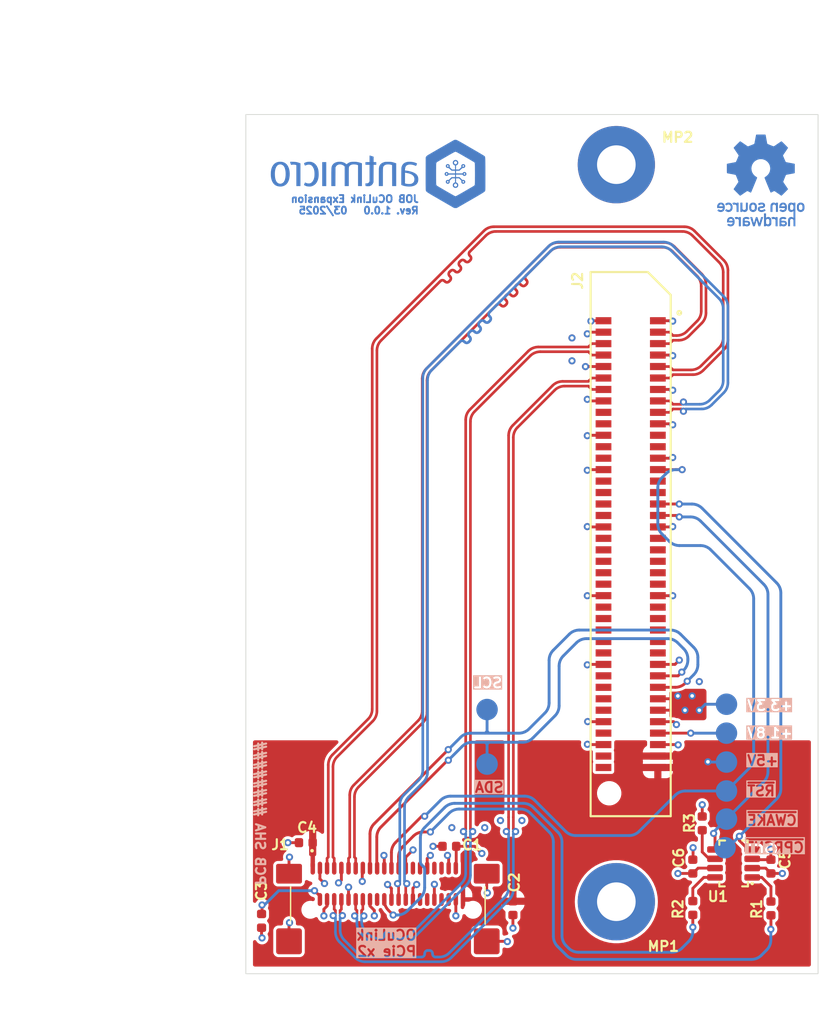
<source format=kicad_pcb>
(kicad_pcb (version 20240108) (generator "pcbnew") (generator_version "8.0")
  (title_block (title "Jetson Orin Baseboard OCuLink Expansion") (date "2025-03-18") (rev "1.0.0") (company "Antmicro Ltd") (comment 1 "www.antmicro.com"))
  (layers (0 "F.Cu" signal) (1 "In1.Cu" signal) (2 "In2.Cu" signal) (31 "B.Cu" signal) (34 "B.Paste" user) (35 "F.Paste" user) (36 "B.SilkS" user "B.Silkscreen") (37 "F.SilkS" user "F.Silkscreen") (38 "B.Mask" user) (39 "F.Mask" user) (44 "Edge.Cuts" user))
  (net 0 "")
  (net 20 "+1V8")
  (net 23 "/PCIE_RX0+")
  (net 31 "/PCIE_TX0-")
  (net 51 "GND")
  (net 52 "+5V")
  (net 53 "+3.3V")
  (net 54 "/PCIE_CLK+")
  (net 55 "Net-(J1-~{CWAKE})")
  (net 56 "/PCIE_CLK-")
  (net 57 "/PCIE_RX1+")
  (net 58 "/PCIE_TX0+")
  (net 59 "/PCIE_RX0-")
  (net 60 "/~{PCIE_RST}")
  (net 61 "/PCIE_TX1-")
  (net 62 "/I2C_SDA")
  (net 63 "/PCIE_TX1+")
  (net 64 "/PCIE_RX1-")
  (net 65 "/I2C_SCL")
  (net 66 "/JOB_GPIO09")
  (net 67 "Net-(J1-~{CPRSNT})")
  (net 68 "/JOB_GPIO07")
  (net 70 "/~{PCIE_CWAKE}")
  (net 71 "Net-(U1-~{THREE_STATE})")
  (net 72 "/~{CPRSNT}")
  (footprint "antmicro-footprints:R_0402_1005Metric" (layer "F.Cu") (at 146.708 145.437 -90)
    (property "Reference" "R1")
    (property "Value" "R_0R_0402" (hide yes))
  )
  (footprint "antmicro-footprints:C_0402_1005Metric" (layer "F.Cu") (at 146.708 142.516 90)
    (property "Reference" "C5")
    (property "Value" "C_100n_0402")
  )
  (footprint "antmicro-footprints:C_0402_1005Metric" (layer "F.Cu") (at 111.1 146.306 90)
    (property "Reference" "C3")
    (property "Value" "C_10u_0402")
  )
  (footprint "antmicro-footprints:R_0402_1005Metric" (layer "F.Cu") (at 141.905 139.499 -90)
    (property "Reference" "R3")
    (property "Value" "R_10k_0402")
  )
  (footprint "antmicro-footprints:SOT-23-8" (layer "F.Cu") (at 144.099 142.299 180)
    (property "Reference" "U1")
    (property "Value" "MAX3373EEKA+")
  )
  (footprint "antmicro-footprints:Amphenol_G14A421211112HR" (layer "F.Cu") (at 119.92875 146.930466)
    (property "Reference" "J1")
    (property "Value" "OCuLink_x4_Amphenol_G14A421211112HR")
  )
  (footprint "antmicro-footprints:C_0402_1005Metric" (layer "F.Cu") (at 141.247 142.516 -90)
    (property "Reference" "C6")
    (property "Value" "C_100n_0402")
  )
  (footprint "antmicro-footprints:MP_Pad5.4mm_Drill2.7mm" (layer "F.Cu") (at 135.9 93.5)
    (property "Reference" "MP2")
    (property "Value" "MP_Pad5.4mm_Drill2.7mm")
  )
  (footprint "antmicro-footprints:Conn_Plug_Samtec_ERM8_2x40_ERM8-040-05.0-L-DV-K-TR" (layer "F.Cu") (at 136.901 119.999 -90)
    (property "Reference" "J2")
    (property "Value" "Plug_Samtec_ERM8_2x40_ERM8-040-05.0-L-DV-K-TR")
  )
  (footprint "antmicro-footprints:MP_Pad5.4mm_Drill2.7mm" (layer "F.Cu") (at 135.9 144.97)
    (property "Reference" "MP1")
    (property "Value" "MP_Pad5.4mm_Drill2.7mm")
  )
  (footprint "antmicro-footprints:C_0402_1005Metric" (layer "F.Cu") (at 128.67175 145.419466 90)
    (property "Reference" "C2")
    (property "Value" "C_10u_0402")
  )
  (footprint "antmicro-footprints:C_0402_1005Metric" (layer "F.Cu") (at 124.22675 141.101466)
    (property "Reference" "C1")
    (property "Value" "C_10u_0402")
  )
  (footprint "antmicro-footprints:C_0402_1005Metric" (layer "F.Cu") (at 114.19375 140.847466)
    (property "Reference" "C4")
    (property "Value" "C_10u_0402")
  )
  (footprint "antmicro-footprints:R_0402_1005Metric" (layer "F.Cu") (at 141.247 145.409 -90)
    (property "Reference" "R2")
    (property "Value" "R_0R_0402")
  )
  (footprint "antmicro-footprints:antmicro-logo_scaled_15mm" (layer "B.Cu") (at 118.795 94.22 180)
    (property "Reference" "N2" (hide yes))
    (property "Value" "antmicro_logo" (hide yes))
  )
  (footprint "antmicro-footprints:oshw-logo" (layer "B.Cu") (at 146 94.6 180)
    (property "Reference" "N1" (hide yes))
    (property "Value" "oshw_logo" (hide yes))
  )
  (footprint "antmicro-footprints:TP_SMD_1.5mm" (layer "B.Cu") (at 143.5 141.2 180)
    (property "Reference" "TP5" (hide yes))
    (property "Value" "TP_1.5mm_SMD")
  )
  (footprint "antmicro-footprints:TP_SMD_1.5mm" (layer "B.Cu") (at 143.6 135.218938 180)
    (property "Reference" "TP9" (hide yes))
    (property "Value" "TP_1.5mm_SMD")
  )
  (footprint "antmicro-footprints:TP_SMD_1.5mm" (layer "B.Cu") (at 143.6 137.237876 180)
    (property "Reference" "TP7" (hide yes))
    (property "Value" "TP_1.5mm_SMD")
  )
  (footprint "antmicro-footprints:TP_SMD_1.5mm" (layer "B.Cu") (at 143.6 133.2 180)
    (property "Reference" "TP10" (hide yes))
    (property "Value" "TP_1.5mm_SMD")
  )
  (footprint "antmicro-footprints:TP_SMD_1.5mm" (layer "B.Cu") (at 126.8635 131.5505 -90)
    (property "Reference" "TP1" (hide yes))
    (property "Value" "TP_1.5mm_SMD")
  )
  (footprint "antmicro-footprints:TP_SMD_1.5mm" (layer "B.Cu") (at 126.8635 135.3605 -90)
    (property "Reference" "TP2" (hide yes))
    (property "Value" "TP_1.5mm_SMD")
  )
  (footprint "antmicro-footprints:TP_SMD_1.5mm" (layer "B.Cu") (at 143.6 139.2 90)
    (property "Reference" "TP6" (hide yes))
    (property "Value" "TP_1.5mm_SMD")
  )
  (footprint "antmicro-footprints:TP_SMD_1.5mm" (layer "B.Cu") (at 143.6 131.181062 180)
    (property "Reference" "TP8" (hide yes))
    (property "Value" "TP_1.5mm_SMD")
  )
  (gr_rect (start 110 90) (end 150 150) (stroke (width 0.05)) (fill none) (layer "Edge.Cuts"))
  (gr_text "JOB OCuLink Expansion\nRev. ${REVISION}   03/2025" (at 122.15 96.3 0) (layer "B.Cu") (effects (font (size 0.5 0.5) (thickness 0.125)) (justify left mirror)))
  (gr_text "~{CWAKE}" (at 148.599999 139.7 0) (layer "B.SilkS" knockout) (effects (font (size 0.7 0.7) (thickness 0.15) (bold yes)) (justify left bottom mirror)))
  (gr_text "+5V" (at 147.3 135.52727 0) (layer "B.SilkS" knockout) (effects (font (size 0.7 0.7) (thickness 0.15) (bold yes)) (justify left bottom mirror)))
  (gr_text "~{RST}" (at 147.066666 137.64204 0) (layer "B.SilkS" knockout) (effects (font (size 0.7 0.7) (thickness 0.15) (bold yes)) (justify left bottom mirror)))
  (gr_text "PCB SHA ########" (at 111 138.8 -90) (layer "B.SilkS") (effects (font (size 0.65 0.65)) (justify mirror)))
  (gr_text "+3.3V" (at 148.3 131.681062 0) (layer "B.SilkS" knockout) (effects (font (size 0.7 0.7) (thickness 0.15) (bold yes)) (justify left bottom mirror)))
  (gr_text "~{CPRSNT}" (at 149.1 141.6 0) (layer "B.SilkS" knockout) (effects (font (size 0.7 0.7) (thickness 0.15) (bold yes)) (justify left bottom mirror)))
  (gr_text "+1.8V" (at 148.3 133.604166 0) (layer "B.SilkS" knockout) (effects (font (size 0.7 0.7) (thickness 0.15) (bold yes)) (justify left bottom mirror)))
  (gr_text "SCL" (at 128 130.1 0) (layer "B.SilkS" knockout) (effects (font (size 0.7 0.7) (thickness 0.15) (bold yes)) (justify left bottom mirror)))
  (gr_text "SDA" (at 128.1 137.4 0) (layer "B.SilkS" knockout) (effects (font (size 0.7 0.7) (thickness 0.15) (bold yes)) (justify left bottom mirror)))
  (gr_text "OCuLink\nPCie x2" (at 122 148.85 0) (layer "B.SilkS" knockout) (effects (font (size 0.7 0.7) (thickness 0.15) (bold yes)) (justify left bottom mirror)))
  (segment (start 146.7 141.3) (end 146.7 142.028) (width 0.2) (layer "F.Cu") (net 20))
  (segment (start 145.461 142.036) (end 145.399 141.974) (width 0.2) (layer "F.Cu") (net 20))
  (segment (start 141.097 133.197) (end 141.1 133.2) (width 0.2) (layer "F.Cu") (net 20))
  (segment (start 138.802 133.197) (end 141.097 133.197) (width 0.2) (layer "F.Cu") (net 20))
  (segment (start 138.871 133.128) (end 138.802 133.197) (width 0.2) (layer "F.Cu") (net 20))
  (segment (start 146.708 142.036) (end 145.461 142.036) (width 0.2) (layer "F.Cu") (net 20))
  (segment (start 146.7 142.028) (end 146.708 142.036) (width 0.2) (layer "F.Cu") (net 20))
  (via (at 141.1 133.2) (size 0.5) (drill 0.25) (layers "F.Cu" "B.Cu") (net 20))
  (via (at 146.7 141.3) (size 0.5) (drill 0.25) (layers "F.Cu" "B.Cu") (net 20))
  (segment (start 143.6 133.2) (end 141.1 133.2) (width 0.2) (layer "B.Cu") (net 20))
  (segment (start 116.26375 145.582967) (end 116.17875 145.497967) (width 0.185) (layer "F.Cu") (net 23))
  (segment (start 133.943999 108.964) (end 134.177999 109.198) (width 0.185) (layer "F.Cu") (net 23))
  (segment (start 134.177999 109.198) (end 135.003 109.198) (width 0.185) (layer "F.Cu") (net 23))
  (segment (start 128.700001 139.070001) (end 128.7 139.07) (width 0.185) (layer "F.Cu") (net 23))
  (segment (start 128.8575 140.07) (end 128.700001 139.912501) (width 0.185) (layer "F.Cu") (net 23))
  (segment (start 116.26375 145.78375) (end 116.26375 145.582967) (width 0.185) (layer "F.Cu") (net 23))
  (segment (start 128.992893 111.845453) (end 131.581453 109.256893) (width 0.185) (layer "F.Cu") (net 23))
  (segment (start 128.700001 139.912501) (end 128.700001 139.070001) (width 0.185) (layer "F.Cu") (net 23))
  (segment (start 132.28856 108.964) (end 133.943999 108.964) (width 0.185) (layer "F.Cu") (net 23))
  (segment (start 128.7 139.07) (end 128.7 112.55256) (width 0.185) (layer "F.Cu") (net 23))
  (segment (start 116.17875 145.497967) (end 116.17875 144.815466) (width 0.185) (layer "F.Cu") (net 23))
  (segment (start 116.10625 145.94125) (end 116.26375 145.78375) (width 0.185) (layer "F.Cu") (net 23))
  (via (at 128.8575 140.07) (size 0.5) (drill 0.25) (layers "F.Cu" "B.Cu") (net 23))
  (via (at 116.10625 145.94125) (size 0.5) (drill 0.25) (layers "F.Cu" "B.Cu") (net 23))
  (arc (start 131.581453 109.256893) (mid 131.905876 109.04012) (end 132.28856 108.964) (width 0.185) (layer "F.Cu") (net 23))
  (arc (start 128.992893 111.845453) (mid 128.77612 112.169876) (end 128.7 112.55256) (width 0.185) (layer "F.Cu") (net 23))
  (segment (start 116.556642 147.789988) (end 117.638761 148.872107) (width 0.185) (layer "B.Cu") (net 23))
  (segment (start 116.263749 146.098749) (end 116.263749 147.082881) (width 0.185) (layer "B.Cu") (net 23))
  (segment (start 118.345868 149.165) (end 123.654132 149.165) (width 0.185) (layer "B.Cu") (net 23))
  (segment (start 128.700001 144.119131) (end 128.700001 140.227499) (width 0.185) (layer "B.Cu") (net 23))
  (segment (start 116.10625 145.94125) (end 116.263749 146.098749) (width 0.185) (layer "B.Cu") (net 23))
  (segment (start 124.361239 148.872107) (end 128.407108 144.826238) (width 0.185) (layer "B.Cu") (net 23))
  (segment (start 128.700001 140.227499) (end 128.8575 140.07) (width 0.185) (layer "B.Cu") (net 23))
  (arc (start 128.700001 144.119131) (mid 128.623881 144.501814) (end 128.407108 144.826238) (width 0.185) (layer "B.Cu") (net 23))
  (arc (start 117.638761 148.872107) (mid 117.963184 149.08888) (end 118.345868 149.165) (width 0.185) (layer "B.Cu") (net 23))
  (arc (start 123.654132 149.165) (mid 124.036815 149.08888) (end 124.361239 148.872107) (width 0.185) (layer "B.Cu") (net 23))
  (arc (start 116.556642 147.789988) (mid 116.339869 147.465565) (end 116.263749 147.082881) (width 0.185) (layer "B.Cu") (net 23))
  (segment (start 124.949207 100.566982) (end 124.981051 100.598826) (width 0.185) (layer "F.Cu") (net 31))
  (segment (start 124.273938 101.58877) (end 124.203227 101.659482) (width 0.185) (layer "F.Cu") (net 31))
  (segment (start 125.334617 100.245281) (end 125.302764 100.213428) (width 0.185) (layer "F.Cu") (net 31))
  (segment (start 123.605704 101.627645) (end 123.534993 101.698354) (width 0.185) (layer "F.Cu") (net 31))
  (segment (start 116.09375 141.857965) (end 116.17875 141.942965) (width 0.185) (layer "F.Cu") (net 31))
  (segment (start 116.09375 135.55381) (end 116.09375 141.857965) (width 0.185) (layer "F.Cu") (net 31))
  (segment (start 116.17875 141.942965) (end 116.17875 142.625466) (width 0.185) (layer "F.Cu") (net 31))
  (segment (start 125.01992 100.213429) (end 124.949209 100.284138) (width 0.185) (layer "F.Cu") (net 31))
  (segment (start 124.242099 101.27409) (end 124.273937 101.305928) (width 0.185) (layer "F.Cu") (net 31))
  (segment (start 138.802 107.598) (end 139.627001 107.598) (width 0.185) (layer "F.Cu") (net 31))
  (segment (start 124.242101 100.991246) (end 124.2421 100.991246) (width 0.185) (layer "F.Cu") (net 31))
  (segment (start 125.68817 100.17457) (end 125.617459 100.245282) (width 0.185) (layer "F.Cu") (net 31))
  (segment (start 123.534993 101.698354) (end 122.036815 103.196531) (width 0.185) (layer "F.Cu") (net 31))
  (segment (start 122.036815 103.196531) (end 119.457893 105.775453) (width 0.185) (layer "F.Cu") (net 31))
  (segment (start 124.627499 100.952379) (end 124.595656 100.920536) (width 0.185) (layer "F.Cu") (net 31))
  (segment (start 124.981052 100.881668) (end 124.910341 100.95238) (width 0.185) (layer "F.Cu") (net 31))
  (segment (start 124.312812 100.920537) (end 124.242101 100.991246) (width 0.185) (layer "F.Cu") (net 31))
  (segment (start 141.830547 107.541107) (end 143.077107 106.294547) (width 0.185) (layer "F.Cu") (net 31))
  (segment (start 140.51744 98.165) (end 127.48256 98.165) (width 0.185) (layer "F.Cu") (net 31))
  (segment (start 139.863001 107.834) (end 141.12344 107.834) (width 0.185) (layer "F.Cu") (net 31))
  (segment (start 125.656315 99.859874) (end 125.688169 99.891728) (width 0.185) (layer "F.Cu") (net 31))
  (segment (start 143.077107 100.310453) (end 141.224547 98.457893) (width 0.185) (layer "F.Cu") (net 31))
  (segment (start 124.949209 100.284138) (end 124.949208 100.284138) (width 0.185) (layer "F.Cu") (net 31))
  (segment (start 123.920385 101.659481) (end 123.888548 101.627644) (width 0.185) (layer "F.Cu") (net 31))
  (segment (start 143.37 105.58744) (end 143.37 101.01756) (width 0.185) (layer "F.Cu") (net 31))
  (segment (start 119.165 106.48256) (end 119.165 131.654132) (width 0.185) (layer "F.Cu") (net 31))
  (segment (start 126.775453 98.457893) (end 125.656316 99.57703) (width 0.185) (layer "F.Cu") (net 31))
  (segment (start 139.627001 107.598) (end 139.863001 107.834) (width 0.185) (layer "F.Cu") (net 31))
  (segment (start 118.872107 132.361239) (end 116.386643 134.846703) (width 0.185) (layer "F.Cu") (net 31))
  (arc (start 125.617459 100.245282) (mid 125.476039 100.303859) (end 125.334617 100.245281) (width 0.185) (layer "F.Cu") (net 31))
  (arc (start 124.949208 100.284138) (mid 124.890628 100.425561) (end 124.949207 100.566982) (width 0.185) (layer "F.Cu") (net 31))
  (arc (start 123.888548 101.627644) (mid 123.747126 101.569066) (end 123.605704 101.627645) (width 0.185) (layer "F.Cu") (net 31))
  (arc (start 116.386643 134.846703) (mid 116.16987 135.171127) (end 116.09375 135.55381) (width 0.185) (layer "F.Cu") (net 31))
  (arc (start 124.981051 100.598826) (mid 125.03963 100.740247) (end 124.981052 100.881668) (width 0.185) (layer "F.Cu") (net 31))
  (arc (start 124.203227 101.659482) (mid 124.061807 101.718059) (end 123.920385 101.659481) (width 0.185) (layer "F.Cu") (net 31))
  (arc (start 124.2421 100.991246) (mid 124.18352 101.132669) (end 124.242099 101.27409) (width 0.185) (layer "F.Cu") (net 31))
  (arc (start 141.224547 98.457893) (mid 140.900124 98.24112) (end 140.51744 98.165) (width 0.185) (layer "F.Cu") (net 31))
  (arc (start 125.302764 100.213428) (mid 125.161342 100.15485) (end 125.01992 100.213429) (width 0.185) (layer "F.Cu") (net 31))
  (arc (start 124.910341 100.95238) (mid 124.768921 101.010957) (end 124.627499 100.952379) (width 0.185) (layer "F.Cu") (net 31))
  (arc (start 127.48256 98.165) (mid 127.099876 98.24112) (end 126.775453 98.457893) (width 0.185) (layer "F.Cu") (net 31))
  (arc (start 141.12344 107.834) (mid 141.506123 107.75788) (end 141.830547 107.541107) (width 0.185) (layer "F.Cu") (net 31))
  (arc (start 125.688169 99.891728) (mid 125.746748 100.033149) (end 125.68817 100.17457) (width 0.185) (layer "F.Cu") (net 31))
  (arc (start 119.165 131.654132) (mid 119.08888 132.036815) (end 118.872107 132.361239) (width 0.185) (layer "F.Cu") (net 31))
  (arc (start 143.077107 106.294547) (mid 143.29388 105.970124) (end 143.37 105.58744) (width 0.185) (layer "F.Cu") (net 31))
  (arc (start 124.595656 100.920536) (mid 124.454234 100.861958) (end 124.312812 100.920537) (width 0.185) (layer "F.Cu") (net 31))
  (arc (start 125.656316 99.57703) (mid 125.597736 99.718453) (end 125.656315 99.859874) (width 0.185) (layer "F.Cu") (net 31))
  (arc (start 143.37 101.01756) (mid 143.29388 100.634876) (end 143.077107 100.310453) (width 0.185) (layer "F.Cu") (net 31))
  (arc (start 119.457893 105.775453) (mid 119.24112 106.099876) (end 119.165 106.48256) (width 0.185) (layer "F.Cu") (net 31))
  (arc (start 124.273937 101.305928) (mid 124.332516 101.447349) (end 124.273938 101.58877) (width 0.185) (layer "F.Cu") (net 31))
  (segment (start 126.83875 144.312466) (end 126.83875 143.015466) (width 0.2) (layer "F.Cu") (net 51))
  (segment (start 140.1 132.6) (end 139.899 132.399) (width 0.2) (layer "F.Cu") (net 51))
  (segment (start 133.871 105.315) (end 133.988 105.198) (width 0.2) (layer "F.Cu") (net 51))
  (segment (start 135.003 128.399) (end 133.901 128.399) (width 0.2) (layer "F.Cu") (net 51))
  (segment (start 133.9 112.398) (end 133.871 112.427) (width 0.2) (layer "F.Cu") (net 51))
  (segment (start 133.983 109.999) (end 135.003 109.999) (width 0.2) (layer "F.Cu") (net 51))
  (segment (start 124.17875 142.625466) (end 124.17875 141.815466) (width 0.2) (layer "F.Cu") (net 51))
  (segment (start 138.802 118.799) (end 139.818 118.799) (width 0.2) (layer "F.Cu") (net 51))
  (segment (start 133.896492 133.998) (end 133.877658 133.979166) (width 0.2) (layer "F.Cu") (net 51))
  (segment (start 118.67875 145.270466) (end 118.67875 144.815466) (width 0.2) (layer "F.Cu") (net 51))
  (segment (start 141.905 139.019) (end 141.905 138.199) (width 0.2) (layer "F.Cu") (net 51))
  (segment (start 115.456486 145.49273) (end 115.67875 145.270466) (width 0.2) (layer "F.Cu") (net 51))
  (segment (start 138.802 111.598) (end 139.773 111.598) (width 0.2) (layer "F.Cu") (net 51))
  (segment (start 133.988 105.198) (end 135.003 105.198) (width 0.2) (layer "F.Cu") (net 51))
  (segment (start 126.83875 143.015466) (end 127.121232 143.015466) (width 0.25) (layer "F.Cu") (net 51))
  (segment (start 119.67875 141.760466) (end 119.67875 142.625466) (width 0.2) (layer "F.Cu") (net 51))
  (segment (start 116.48175 143.655466) (end 116.67875 143.458466) (width 0.2) (layer "F.Cu") (net 51))
  (segment (start 126.88175 144.355466) (end 126.83875 144.312466) (width 0.2) (layer "F.Cu") (net 51))
  (segment (start 117.18175 143.955466) (end 117.17875 143.958466) (width 0.2) (layer "F.Cu") (net 51))
  (segment (start 113.05075 141.855466) (end 113.01875 141.887466) (width 0.2) (layer "F.Cu") (net 51))
  (segment (start 128.26175 147.735466) (end 126.83875 147.735466) (width 0.2) (layer "F.Cu") (net 51))
  (segment (start 138.802 113.999) (end 139.792 113.999) (width 0.2) (layer "F.Cu") (net 51))
  (segment (start 146.2 142.624) (end 146.336 142.624) (width 0.2) (layer "F.Cu") (net 51))
  (segment (start 133.901 128.399) (end 133.871 128.429) (width 0.2) (layer "F.Cu") (net 51))
  (segment (start 133.903622 132.399) (end 133.89648 132.391858) (width 0.2) (layer "F.Cu") (net 51))
  (segment (start 118.139138 143.551569) (end 118.139138 142.665078) (width 0.2) (layer "F.Cu") (net 51))
  (segment (start 139.798 106.797) (end 139.84 106.839) (width 0.2) (layer "F.Cu") (net 51))
  (segment (start 138.802 123.599) (end 139.836 123.599) (width 0.2) (layer "F.Cu") (net 51))
  (segment (start 134.151 104.4) (end 134.125 104.426) (width 0.2) (layer "F.Cu") (net 51))
  (segment (start 124.68175 145.955466) (end 124.68175 144.818466) (width 0.2) (layer "F.Cu") (net 51))
  (segment (start 138.802 133.998) (end 140.202 133.998) (width 0.2) (layer "F.Cu") (net 51))
  (segment (start 113.01875 146.467466) (end 113.05075 146.435466) (width 0.2) (layer "F.Cu") (net 51))
  (segment (start 135.003 112.398) (end 133.9 112.398) (width 0.2) (layer "F.Cu") (net 51))
  (segment (start 141.264 141.199) (end 141.264 142.019) (width 0.2) (layer "F.Cu") (net 51))
  (segment (start 119.65475 141.736466) (end 119.67875 141.760466) (width 0.2) (layer "F.Cu") (net 51))
  (segment (start 123.74675 141.101466) (end 123.08375 141.101466) (width 0.2) (layer "F.Cu") (net 51))
  (segment (start 118.98175 145.955466) (end 118.98175 145.573466) (width 0.2) (layer "F.Cu") (net 51))
  (segment (start 121.67875 144.030466) (end 121.94075 143.768466) (width 0.2) (layer "F.Cu") (net 51))
  (segment (start 139.899 132.399) (end 138.802 132.399) (width 0.2) (layer "F.Cu") (net 51))
  (segment (start 138.802 109.198) (end 139.786 109.198) (width 0.2) (layer "F.Cu") (net 51))
  (segment (start 138.802 104.4) (end 139.814 104.4) (width 0.2) (layer "F.Cu") (net 51))
  (segment (start 120.17875 144.038466) (end 119.90875 143.768466) (width 0.2) (layer "F.Cu") (net 51))
  (segment (start 124.17875 141.815466) (end 124.09975 141.736466) (width 0.2) (layer "F.Cu") (net 51))
  (segment (start 140.202 133.998) (end 140.221 134.017) (width 0.2) (layer "F.Cu") (net 51))
  (segment (start 135.003 114.797) (end 133.914 114.797) (width 0.2) (layer "F.Cu") (net 51))
  (segment (start 123.18175 143.755466) (end 123.17875 143.758466) (width 0.2) (layer "F.Cu") (net 51))
  (segment (start 111.1 146.786) (end 111.1 147.467) (width 0.2) (layer "F.Cu") (net 51))
  (segment (start 113.01875 147.735466) (end 113.01875 146.467466) (width 0.2) (layer "F.Cu") (net 51))
  (segment (start 135.003 118.799) (end 133.893 118.799) (width 0.2) (layer "F.Cu") (net 51))
  (segment (start 113.58675 140.847466) (end 113.71375 140.974466) (width 0.2) (layer "F.Cu") (net 51))
  (segment (start 146.708 142.996) (end 147.502 142.996) (width 0.2) (layer "F.Cu") (net 51))
  (segment (start 140.001 128.399) (end 138.802 128.399) (width 0.2) (layer "F.Cu") (net 51))
  (segment (start 139.818 118.799) (end 139.84 118.777) (width 0.2) (layer "F.Cu") (net 51))
  (segment (start 123.17875 143.758466) (end 123.17875 144.815466) (width 0.2) (layer "F.Cu") (net 51))
  (segment (start 118.98175 145.573466) (end 118.67875 145.270466) (width 0.2) (layer "F.Cu") (net 51))
  (segment (start 133.893 118.799) (end 133.871 118.777) (width 0.2) (layer "F.Cu") (net 51))
  (segment (start 147.502 142.996) (end 147.505 142.999) (width 0.2) (layer "F.Cu") (net 51))
  (segment (start 115.67875 145.270466) (end 115.67875 144.815466) (width 0.2) (layer "F.Cu") (net 51))
  (segment (start 115.17875 143.37875) (end 115.17875 142.625466) (width 0.2) (layer "F.Cu") (net 51))
  (segment (start 133.747 107.598) (end 133.744 107.601) (width 0.2) (layer "F.Cu") (net 51))
  (segment (start 115.5 143.7) (end 115.17875 143.37875) (width 0.2) (layer "F.Cu") (net 51))
  (segment (start 133.871 109.887) (end 133.983 109.999) (width 0.2) (layer "F.Cu") (net 51))
  (segment (start 122.9 141.736466) (end 122.67875 141.957716) (width 0.2) (layer "F.Cu") (net 51))
  (segment (start 121.67875 144.815466) (end 121.67875 144.030466) (width 0.2) (layer "F.Cu") (net 51))
  (segment (start 113.01875 141.887466) (end 113.01875 143.015466) (width 0.2) (layer "F.Cu") (net 51))
  (segment (start 133.875 123.599) (end 133.871 123.603) (width 0.2) (layer "F.Cu") (net 51))
  (segment (start 135.003 133.998) (end 133.896492 133.998) (width 0.2) (layer "F.Cu") (net 51))
  (segment (start 135.003 132.399) (end 133.903622 132.399) (width 0.2) (layer "F.Cu") (net 51))
  (segment (start 115.456486 145.958861) (end 115.456486 145.49273) (width 0.2) (layer "F.Cu") (net 51))
  (segment (start 135.003 107.598) (end 133.747 107.598) (width 0.2) (layer "F.Cu") (net 51))
  (segment (start 135.003 123.599) (end 133.875 123.599) (width 0.2) (layer "F.Cu") (net 51))
  (segment (start 118.139138 142.665078) (end 118.17875 142.625466) (width 0.2) (layer "F.Cu") (net 51))
  (segment (start 139.792 113.999) (end 139.84 113.951) (width 0.2) (layer "F.Cu") (net 51))
  (segment (start 121.17875 142.625466) (end 121.17875 141.863466) (width 0.2) (layer "F.Cu") (net 51))
  (segment (start 139.786 109.198) (end 139.84 109.252) (width 0.2) (layer "F.Cu") (net 51))
  (segment (start 146.336 142.624) (end 146.708 142.996) (width 0.2) (layer "F.Cu") (net 51))
  (segment (start 139.773 111.598) (end 139.84 111.665) (width 0.2) (layer "F.Cu") (net 51))
  (segment (start 128.28175 147.755466) (end 128.26175 147.735466) (width 0.2) (layer "F.Cu") (net 51))
  (segment (start 133.914 114.797) (end 133.871 114.84) (width 0.2) (layer "F.Cu") (net 51))
  (segment (start 117.17875 143.958466) (end 117.17875 144.815466) (width 0.2) (layer "F.Cu") (net 51))
  (segment (start 138.802 106.797) (end 139.798 106.797) (width 0.2) (layer "F.Cu") (net 51))
  (segment (start 121.17875 141.863466) (end 121.68675 141.355466) (width 0.2) (layer "F.Cu") (net 51))
  (segment (start 141.264 142.019) (end 141.247 142.036) (width 0.2) (layer "F.Cu") (net 51))
  (segment (start 140.3 128.1) (end 140.001 128.399) (width 0.2) (layer "F.Cu") (net 51))
  (segment (start 120.17875 144.815466) (end 120.17875 144.038466) (width 0.2) (layer "F.Cu") (net 51))
  (segment (start 128.67175 145.899466) (end 128.67175 146.816466) (width 0.2) (layer "F.Cu") (net 51))
  (segment (start 145.399 142.624) (end 146.2 142.624) (width 0.2) (layer "F.Cu") (net 51))
  (segment (start 135.003 104.4) (end 134.151 104.4) (width 0.2) (layer "F.Cu") (net 51))
  (segment (start 112.94075 140.847466) (end 113.58675 140.847466) (width 0.2) (layer "F.Cu") (net 51))
  (segment (start 139.814 104.4) (end 139.84 104.426) (width 0.2) (layer "F.Cu") (net 51))
  (segment (start 139.836 123.599) (end 139.84 123.603) (width 0.2) (layer "F.Cu") (net 51))
  (segment (start 116.67875 143.458466) (end 116.67875 142.625466) (width 0.2) (layer "F.Cu") (net 51))
  (segment (start 124.68175 144.818466) (end 124.67875 144.815466) (width 0.2) (layer "F.Cu") (net 51))
  (segment (start 122.67875 141.957716) (end 122.67875 142.625466) (width 0.2) (layer "F.Cu") (net 51))
  (via (at 126.7 139.8) (size 0.5) (drill 0.25) (layers "F.Cu" "B.Cu") (net 51))
  (via (at 119.65475 141.736466) (size 0.5) (drill 0.25) (layers "F.Cu" "B.Cu") (net 51))
  (via (at 139.84 106.839) (size 0.5) (drill 0.25) (layers "F.Cu" "B.Cu") (net 51))
  (via (at 116.48175 143.655466) (size 0.5) (drill 0.25) (layers "F.Cu" "B.Cu") (net 51))
  (via (at 133.871 112.427) (size 0.5) (drill 0.25) (layers "F.Cu" "B.Cu") (net 51))
  (via (at 126.88175 144.355466) (size 0.5) (drill 0.25) (layers "F.Cu" "B.Cu") (net 51))
  (via (at 111.133 147.5) (size 0.5) (drill 0.25) (layers "F.Cu" "B.Cu") (net 51))
  (via (at 128.28175 147.755466) (size 0.5) (drill 0.25) (layers "F.Cu" "B.Cu") (net 51))
  (via (at 113.05075 146.435466) (size 0.5) (drill 0.25) (layers "F.Cu" "B.Cu") (net 51))
  (via (at 140.221 134.017) (size 0.5) (drill 0.25) (layers "F.Cu" "B.Cu") (net 51))
  (via (at 139.84 118.777) (size 0.5) (drill 0.25) (layers "F.Cu" "B.Cu") (net 51))
  (via (at 124.09975 141.736466) (size 0.5) (drill 0.25) (layers "F.Cu" "B.Cu") (net 51))
  (via (at 133.871 114.84) (size 0.5) (drill 0.25) (layers "F.Cu" "B.Cu") (net 51))
  (via (at 139.84 111.665) (size 0.5) (drill 0.25) (layers "F.Cu" "B.Cu") (net 51))
  (via (at 132.8 107.2) (size 0.5) (drill 0.25) (layers "F.Cu" "B.Cu") (net 51))
  (via (at 128.67175 146.816466) (size 0.5) (drill 0.25) (layers "F.Cu" "B.Cu") (net 51))
  (via (at 123.08375 141.101466) (size 0.5) (drill 0.25) (layers "F.Cu" "B.Cu") (net 51))
  (via (at 139.84 109.252) (size 0.5) (drill 0.25) (layers "F.Cu" "B.Cu") (net 51))
  (via (at 122.9 141.736466) (size 0.5) (drill 0.25) (layers "F.Cu" "B.Cu") (net 51))
  (via (at 123.18175 143.755466) (size 0.5) (drill 0.25) (layers "F.Cu" "B.Cu") (net 51))
  (via (at 112.94075 140.847466) (size 0.5) (drill 0.25) (layers "F.Cu" "B.Cu") (net 51))
  (via (at 132.8 105.6) (size 0.5) (drill 0.25) (layers "F.Cu" "B.Cu") (net 51))
  (via (at 133.871 128.429) (size 0.5) (drill 0.25) (layers "F.Cu" "B.Cu") (net 51))
  (via (at 133.871 123.603) (size 0.5) (drill 0.25) (layers "F.Cu" "B.Cu") (net 51))
  (via (at 133.877658 133.979166) (size 0.5) (drill 0.25) (layers "F.Cu" "B.Cu") (net 51))
  (via (at 121.68675 141.355466) (size 0.5) (drill 0.25) (layers "F.Cu" "B.Cu") (net 51))
  (via (at 124.68175 145.955466) (size 0.5) (drill 0.25) (layers "F.Cu" "B.Cu") (net 51))
  (via (at 140.1 132.6) (size 0.5) (drill 0.25) (layers "F.Cu" "B.Cu") (net 51))
  (via (at 118.98175 145.955466) (size 0.5) (drill 0.25) (layers "F.Cu" "B.Cu") (net 51))
  (via (at 115.456486 145.958861) (size 0.5) (drill 0.25) (layers "F.Cu" "B.Cu") (net 51))
  (via (at 141.905 138.199) (size 0.5) (drill 0.25) (layers "F.Cu" "B.Cu") (net 51))
  (via (at 139.84 104.426) (size 0.5) (drill 0.25) (layers "F.Cu" "B.Cu") (net 51))
  (via (at 119.90875 143.768466) (size 0.5) (drill 0.25) (layers "F.Cu" "B.Cu") (net 51))
  (via (at 133.871 105.315) (size 0.5) (drill 0.25) (layers "F.Cu" "B.Cu") (net 51))
  (via (at 141.7 129.6) (size 0.5) (drill 0.25) (layers "F.Cu" "B.Cu") (net 51))
  (via (at 115.5 143.7) (size 0.5) (drill 0.25) (layers "F.Cu" "B.Cu") (net 51))
  (via (at 141.264 141.199) (size 0.5) (drill 0.25) (layers "F.Cu" "B.Cu") (net 51))
  (via (at 113.05075 141.855466) (size 0.5) (drill 0.25) (layers "F.Cu" "B.Cu") (net 51))
  (via (at 147.505 142.999) (size 0.5) (drill 0.25) (layers "F.Cu" "B.Cu") (net 51))
  (via (at 117.18175 143.955466) (size 0.5) (drill 0.25) (layers "F.Cu" "B.Cu") (net 51))
  (via (at 139.84 123.603) (size 0.5) (drill 0.25) (layers "F.Cu" "B.Cu") (net 51))
  (via (at 134.125 104.426) (size 0.5) (drill 0.25) (layers "F.Cu" "B.Cu") (net 51))
  (via (at 127.8 139.3) (size 0.5) (drill 0.25) (layers "F.Cu" "B.Cu") (net 51))
  (via (at 133.871 109.887) (size 0.5) (drill 0.25) (layers "F.Cu" "B.Cu") (net 51))
  (via (at 118.139138 143.551569) (size 0.5) (drill 0.25) (layers "F.Cu" "B.Cu") (net 51))
  (via (at 133.871 118.777) (size 0.5) (drill 0.25) (layers "F.Cu" "B.Cu") (net 51))
  (via (at 139.84 113.951) (size 0.5) (drill 0.25) (layers "F.Cu" "B.Cu") (net 51))
  (via (at 140.3 128.1) (size 0.5) (drill 0.25) (layers "F.Cu" "B.Cu") (net 51))
  (via (at 129.3 139.3) (size 0.5) (drill 0.25) (layers "F.Cu" "B.Cu") (net 51))
  (via (at 133.744 107.601) (size 0.5) (drill 0.25) (layers "F.Cu" "B.Cu") (net 51))
  (via (at 121.94075 143.768466) (size 0.5) (drill 0.25) (layers "F.Cu" "B.Cu") (net 51))
  (via (at 133.89648 132.391858) (size 0.5) (drill 0.25) (layers "F.Cu" "B.Cu") (net 51))
  (via (at 124.4 139.8) (size 0.5) (drill 0.25) (layers "F.Cu" "B.Cu") (net 51))
  (via (at 142.3 135.2) (size 0.5) (drill 0.25) (layers "F.Cu" "B.Cu") (net 52))
  (segment (start 142.318938 135.218938) (end 142.3 135.2) (width 0.2) (layer "B.Cu") (net 52))
  (segment (start 143 135.2) (end 143.014418 135.214418) (width 0.2) (layer "B.Cu") (net 52))
  (segment (start 143.6 135.218938) (end 142.318938 135.218938) (width 0.2) (layer "B.Cu") (net 52))
  (segment (start 115.17875 144.57875) (end 114.8 144.2) (width 0.2) (layer "F.Cu") (net 53))
  (segment (start 126.001466 141.101466) (end 126.5 141.6) (width 0.2) (layer "F.Cu") (net 53))
  (segment (start 124.70675 142.597466) (end 124.67875 142.625466) (width 0.2) (layer "F.Cu") (net 53))
  (segment (start 124.70675 141.101466) (end 126.001466 141.101466) (width 0.2) (layer "F.Cu") (net 53))
  (segment (start 140.697 131.597) (end 140.7 131.6) (width 0.2) (layer "F.Cu") (net 53))
  (segment (start 138.802 130.799) (end 140.001 130.799) (width 0.2) (layer "F.Cu") (net 53))
  (segment (start 140.001 130.799) (end 140.2 130.6) (width 0.2) (layer "F.Cu") (net 53))
  (segment (start 141.247 142.996) (end 140.208 142.996) (width 0.2) (layer "F.Cu") (net 53))
  (segment (start 115.17875 144.815466) (end 115.17875 144.57875) (width 0.2) (layer "F.Cu") (net 53))
  (segment (start 140.208 142.996) (end 140.205 142.999) (width 0.2) (layer "F.Cu") (net 53))
  (segment (start 141.619 142.624) (end 142.799 142.624) (width 0.2) (layer "F.Cu") (net 53))
  (segment (start 111.133 145.793) (end 111.1 145.826) (width 0.2) (layer "F.Cu") (net 53))
  (segment (start 138.802 131.597) (end 140.697 131.597) (width 0.2) (layer "F.Cu") (net 53))
  (segment (start 141.247 142.996) (end 141.619 142.624) (width 0.2) (layer "F.Cu") (net 53))
  (segment (start 111.133 145.2) (end 111.133 145.793) (width 0.2) (layer "F.Cu") (net 53))
  (segment (start 124.70675 141.101466) (end 124.70675 142.597466) (width 0.2) (layer "F.Cu") (net 53))
  (via (at 126.5 141.6) (size 0.5) (drill 0.25) (layers "F.Cu" "B.Cu") (net 53))
  (via (at 140.7 131.6) (size 0.5) (drill 0.25) (layers "F.Cu" "B.Cu") (net 53))
  (via (at 114.8 144.2) (size 0.5) (drill 0.25) (layers "F.Cu" "B.Cu") (net 53))
  (via (at 140.205 142.999) (size 0.5) (drill 0.25) (layers "F.Cu" "B.Cu") (net 53))
  (via (at 111.133 145.2) (size 0.5) (drill 0.25) (layers "F.Cu" "B.Cu") (net 53))
  (via (at 141.7 131.6) (size 0.5) (drill 0.25) (layers "F.Cu" "B.Cu") (net 53))
  (via (at 141.2 130.6) (size 0.5) (drill 0.25) (layers "F.Cu" "B.Cu") (net 53))
  (via (at 140.2 130.6) (size 0.5) (drill 0.25) (layers "F.Cu" "B.Cu") (net 53))
  (segment (start 142.118938 131.181062) (end 141.7 131.6) (width 0.2) (layer "B.Cu") (net 53))
  (segment (start 114.8 144.2) (end 112.3 144.2) (width 0.2) (layer "B.Cu") (net 53))
  (segment (start 143.6 131.181062) (end 142.118938 131.181062) (width 0.2) (layer "B.Cu") (net 53))
  (segment (start 112.3 144.2) (end 111.3 145.2) (width 0.2) (layer "B.Cu") (net 53))
  (segment (start 120.67875 144.815466) (end 120.67875 143.780701) (width 0.185) (layer "F.Cu") (net 54))
  (segment (start 139.861002 110.563001) (end 140.434045 110.563001) (width 0.185) (layer "F.Cu") (net 54))
  (segment (start 140.434045 110.563001) (end 140.591544 110.7205) (width 0.185) (layer "F.Cu") (net 54))
  (segment (start 139.627001 110.797) (end 139.861001 110.563) (width 0.185) (layer "F.Cu") (net 54))
  (segment (start 120.67875 143.780701) (end 120.60625 143.708201) (width 0.185) (layer "F.Cu") (net 54))
  (segment (start 138.802 110.797) (end 139.627001 110.797) (width 0.185) (layer "F.Cu") (net 54))
  (segment (start 139.861001 110.563) (end 139.861002 110.563001) (width 0.185) (layer "F.Cu") (net 54))
  (via (at 140.591544 110.7205) (size 0.5) (drill 0.25) (layers "F.Cu" "B.Cu") (net 54))
  (via (at 120.60625 143.708201) (size 0.5) (drill 0.25) (layers "F.Cu" "B.Cu") (net 54))
  (segment (start 122.369999 135.782441) (end 122.369999 108.415869) (width 0.185) (layer "B.Cu") (net 54))
  (segment (start 140.591544 110.7205) (end 140.749043 110.563001) (width 0.185) (layer "B.Cu") (net 54))
  (segment (start 143.7 103.415868) (end 143.7 108.724132) (width 0.185) (layer "B.Cu") (net 54))
  (segment (start 139.896239 99.197893) (end 143.407107 102.708761) (width 0.185) (layer "B.Cu") (net 54))
  (segment (start 120.60625 143.708201) (end 120.763749 143.550702) (width 0.185) (layer "B.Cu") (net 54))
  (segment (start 120.763749 143.550702) (end 120.763749 138.217119) (width 0.185) (layer "B.Cu") (net 54))
  (segment (start 122.662892 107.708762) (end 131.173761 99.197893) (width 0.185) (layer "B.Cu") (net 54))
  (segment (start 121.056642 137.510012) (end 122.077106 136.489548) (width 0.185) (layer "B.Cu") (net 54))
  (segment (start 142.568238 110.270108) (end 143.407107 109.431239) (width 0.185) (layer "B.Cu") (net 54))
  (segment (start 140.749043 110.563001) (end 141.861131 110.563001) (width 0.185) (layer "B.Cu") (net 54))
  (segment (start 131.880868 98.905) (end 139.189132 98.905) (width 0.185) (layer "B.Cu") (net 54))
  (arc (start 131.173761 99.197893) (mid 131.498184 98.98112) (end 131.880868 98.905) (width 0.185) (layer "B.Cu") (net 54))
  (arc (start 122.369999 108.415869) (mid 122.446119 108.033186) (end 122.662892 107.708762) (width 0.185) (layer "B.Cu") (net 54))
  (arc (start 142.568238 110.270108) (mid 142.243815 110.486881) (end 141.861131 110.563001) (width 0.185) (layer "B.Cu") (net 54))
  (arc (start 120.763749 138.217119) (mid 120.839869 137.834436) (end 121.056642 137.510012) (width 0.185) (layer "B.Cu") (net 54))
  (arc (start 122.369999 135.782441) (mid 122.293879 136.165124) (end 122.077106 136.489548) (width 0.185) (layer "B.Cu") (net 54))
  (arc (start 143.407107 109.431239) (mid 143.62388 109.106816) (end 143.7 108.724132) (width 0.185) (layer "B.Cu") (net 54))
  (arc (start 139.896239 99.197893) (mid 139.571816 98.98112) (end 139.189132 98.905) (width 0.185) (layer "B.Cu") (net 54))
  (arc (start 143.7 103.415868) (mid 143.62388 103.033185) (end 143.407107 102.708761) (width 0.185) (layer "B.Cu") (net 54))
  (segment (start 119.971643 145.571643) (end 120.3 145.9) (width 0.2) (layer "F.Cu") (net 55))
  (segment (start 141.247 146.753) (end 141.247 145.889) (width 0.2) (layer "F.Cu") (net 55))
  (segment (start 119.67875 144.815466) (end 119.67875 144.864536) (width 0.2) (layer "F.Cu") (net 55))
  (via (at 120.3 145.9) (size 0.5) (drill 0.25) (layers "F.Cu" "B.Cu") (net 55))
  (via (at 141.247 146.753) (size 0.5) (drill 0.25) (layers "F.Cu" "B.Cu") (net 55))
  (arc (start 119.971643 145.571643) (mid 119.75487 145.24722) (end 119.67875 144.864536) (width 0.2) (layer "F.Cu") (net 55))
  (segment (start 141.247 146.753) (end 141.247 147.038786) (width 0.2) (layer "B.Cu") (net 55))
  (segment (start 131.807107 140.107107) (end 130.092893 138.392893) (width 0.2) (layer "B.Cu") (net 55))
  (segment (start 122.20275 140.504357) (end 122.20275 142.178486) (width 0.2) (layer "B.Cu") (net 55))
  (segment (start 122.207107 144.692893) (end 121.292893 145.607107) (width 0.2) (layer "B.Cu") (net 55))
  (segment (start 122.290618 142.390618) (end 122.412132 142.512132) (width 0.2) (layer "B.Cu") (net 55))
  (segment (start 120.585786 145.9) (end 120.3 145.9) (width 0.2) (layer "B.Cu") (net 55))
  (segment (start 123.9 138.392893) (end 122.495643 139.79725) (width 0.2) (layer "B.Cu") (net 55))
  (segment (start 132.1 147.335786) (end 132.1 140.814214) (width 0.2) (layer "B.Cu") (net 55))
  (segment (start 129.385786 138.1) (end 124.607107 138.1) (width 0.2) (layer "B.Cu") (net 55))
  (segment (start 139.785786 148.5) (end 133.264214 148.5) (width 0.2) (layer "B.Cu") (net 55))
  (segment (start 140.954107 147.745893) (end 140.492893 148.207107) (width 0.2) (layer "B.Cu") (net 55))
  (segment (start 122.5 142.724264) (end 122.5 143.9858) (width 0.2) (layer "B.Cu") (net 55))
  (segment (start 132.557107 148.207107) (end 132.392893 148.042893) (width 0.2) (layer "B.Cu") (net 55))
  (arc (start 133.264214 148.5) (mid 132.88153 148.42388) (end 132.557107 148.207107) (width 0.2) (layer "B.Cu") (net 55))
  (arc (start 132.1 140.814214) (mid 132.02388 140.431531) (end 131.807107 140.107107) (width 0.2) (layer "B.Cu") (net 55))
  (arc (start 132.392893 148.042893) (mid 132.17612 147.71847) (end 132.1 147.335786) (width 0.2) (layer "B.Cu") (net 55))
  (arc (start 141.247 147.038786) (mid 141.17088 147.42147) (end 140.954107 147.745893) (width 0.2) (layer "B.Cu") (net 55))
  (arc (start 130.092893 138.392893) (mid 129.768469 138.17612) (end 129.385786 138.1) (width 0.2) (layer "B.Cu") (net 55))
  (arc (start 122.412132 142.512132) (mid 122.477164 142.609459) (end 122.5 142.724264) (width 0.2) (layer "B.Cu") (net 55))
  (arc (start 140.492893 148.207107) (mid 140.16847 148.42388) (end 139.785786 148.5) (width 0.2) (layer "B.Cu") (net 55))
  (arc (start 122.495643 139.79725) (mid 122.27887 140.121674) (end 122.20275 140.504357) (width 0.2) (layer "B.Cu") (net 55))
  (arc (start 122.5 143.985786) (mid 122.42388 144.36847) (end 122.207107 144.692893) (width 0.2) (layer "B.Cu") (net 55))
  (arc (start 122.290618 142.390618) (mid 122.225586 142.293291) (end 122.20275 142.178486) (width 0.2) (layer "B.Cu") (net 55))
  (arc (start 121.292893 145.607107) (mid 120.96847 145.82388) (end 120.585786 145.9) (width 0.2) (layer "B.Cu") (net 55))
  (arc (start 124.607107 138.1) (mid 124.224424 138.17612) (end 123.9 138.392893) (width 0.2) (layer "B.Cu") (net 55))
  (segment (start 138.802 109.999) (end 139.627001 109.999) (width 0.185) (layer "F.Cu") (net 56))
  (segment (start 121.17875 144.815466) (end 121.17875 143.780701) (width 0.185) (layer "F.Cu") (net 56))
  (segment (start 139.861001 110.233) (end 139.861002 110.232999) (width 0.185) (layer "F.Cu") (net 56))
  (segment (start 139.861002 110.232999) (end 140.434045 110.232999) (width 0.185) (layer "F.Cu") (net 56))
  (segment (start 139.627001 109.999) (end 139.861001 110.233) (width 0.185) (layer "F.Cu") (net 56))
  (segment (start 140.434045 110.232999) (end 140.591544 110.0755) (width 0.185) (layer "F.Cu") (net 56))
  (segment (start 121.17875 143.780701) (end 121.25125 143.708201) (width 0.185) (layer "F.Cu") (net 56))
  (via (at 121.25125 143.708201) (size 0.5) (drill 0.25) (layers "F.Cu" "B.Cu") (net 56))
  (via (at 140.591544 110.0755) (size 0.5) (drill 0.25) (layers "F.Cu" "B.Cu") (net 56))
  (segment (start 126.327173 104.794016) (end 126.359015 104.825858) (width 0.185) (layer "B.Cu") (net 56))
  (segment (start 126.397886 104.440463) (end 126.327175 104.511172) (width 0.185) (layer "B.Cu") (net 56))
  (segment (start 125.65197 105.81587) (end 125.581259 105.886582) (width 0.185) (layer "B.Cu") (net 56))
  (segment (start 121.093751 143.550702) (end 121.25125 143.708201) (width 0.185) (layer "B.Cu") (net 56))
  (segment (start 126.359015 105.1087) (end 126.288306 105.17941) (width 0.185) (layer "B.Cu") (net 56))
  (segment (start 122.700001 108.552559) (end 122.700001 135.919131) (width 0.185) (layer "B.Cu") (net 56))
  (segment (start 142.431548 109.940106) (end 143.077107 109.294547) (width 0.185) (layer "B.Cu") (net 56))
  (segment (start 139.05244 99.235) (end 132.01756 99.235) (width 0.185) (layer "B.Cu") (net 56))
  (segment (start 143.37 108.58744) (end 143.37 103.55256) (width 0.185) (layer "B.Cu") (net 56))
  (segment (start 126.712558 104.47229) (end 126.68073 104.440462) (width 0.185) (layer "B.Cu") (net 56))
  (segment (start 126.005462 105.179411) (end 125.973621 105.14757) (width 0.185) (layer "B.Cu") (net 56))
  (segment (start 131.310453 99.527893) (end 127.034282 103.804064) (width 0.185) (layer "B.Cu") (net 56))
  (segment (start 121.093751 138.353809) (end 121.093751 143.550702) (width 0.185) (layer "B.Cu") (net 56))
  (segment (start 143.077107 102.845453) (end 139.759547 99.527893) (width 0.185) (layer "B.Cu") (net 56))
  (segment (start 140.749043 110.232999) (end 141.724441 110.232999) (width 0.185) (layer "B.Cu") (net 56))
  (segment (start 123.7315 107.106846) (end 122.992894 107.845452) (width 0.185) (layer "B.Cu") (net 56))
  (segment (start 122.407108 136.626238) (end 121.386644 137.646702) (width 0.185) (layer "B.Cu") (net 56))
  (segment (start 124.98367 105.854679) (end 124.912959 105.925388) (width 0.185) (layer "B.Cu") (net 56))
  (segment (start 125.690779 105.14757) (end 125.620067 105.21828) (width 0.185) (layer "B.Cu") (net 56))
  (segment (start 125.620067 105.21828) (end 125.620066 105.21828) (width 0.185) (layer "B.Cu") (net 56))
  (segment (start 124.912959 105.925388) (end 123.816942 107.021404) (width 0.185) (layer "B.Cu") (net 56))
  (segment (start 126.327175 104.511172) (end 126.327174 104.511172) (width 0.185) (layer "B.Cu") (net 56))
  (segment (start 125.298417 105.886581) (end 125.266514 105.854678) (width 0.185) (layer "B.Cu") (net 56))
  (segment (start 123.816942 107.021404) (end 123.7315 107.106846) (width 0.185) (layer "B.Cu") (net 56))
  (segment (start 140.591544 110.0755) (end 140.749043 110.232999) (width 0.185) (layer "B.Cu") (net 56))
  (segment (start 127.066111 104.401579) (end 126.9954 104.472291) (width 0.185) (layer "B.Cu") (net 56))
  (segment (start 127.034281 104.086908) (end 127.06611 104.118737) (width 0.185) (layer "B.Cu") (net 56))
  (segment (start 125.620065 105.501124) (end 125.651969 105.533028) (width 0.185) (layer "B.Cu") (net 56))
  (arc (start 122.992894 107.845452) (mid 122.776121 108.169876) (end 122.700001 108.552559) (width 0.185) (layer "B.Cu") (net 56))
  (arc (start 125.651969 105.533028) (mid 125.710548 105.674449) (end 125.65197 105.81587) (width 0.185) (layer "B.Cu") (net 56))
  (arc (start 125.266514 105.854678) (mid 125.125092 105.7961) (end 124.98367 105.854679) (width 0.185) (layer "B.Cu") (net 56))
  (arc (start 122.700001 135.919131) (mid 122.623881 136.301815) (end 122.407108 136.626238) (width 0.185) (layer "B.Cu") (net 56))
  (arc (start 132.01756 99.235) (mid 131.634877 99.31112) (end 131.310453 99.527893) (width 0.185) (layer "B.Cu") (net 56))
  (arc (start 126.359015 104.825858) (mid 126.417594 104.967278) (end 126.359015 105.1087) (width 0.185) (layer "B.Cu") (net 56))
  (arc (start 143.37 103.55256) (mid 143.29388 103.169877) (end 143.077107 102.845453) (width 0.185) (layer "B.Cu") (net 56))
  (arc (start 125.581259 105.886582) (mid 125.439839 105.945159) (end 125.298417 105.886581) (width 0.185) (layer "B.Cu") (net 56))
  (arc (start 127.06611 104.118737) (mid 127.124689 104.260158) (end 127.066111 104.401579) (width 0.185) (layer "B.Cu") (net 56))
  (arc (start 143.077107 109.294547) (mid 143.29388 108.970124) (end 143.37 108.58744) (width 0.185) (layer "B.Cu") (net 56))
  (arc (start 127.034282 103.804064) (mid 126.975702 103.945487) (end 127.034281 104.086908) (width 0.185) (layer "B.Cu") (net 56))
  (arc (start 126.9954 104.472291) (mid 126.85398 104.530868) (end 126.712558 104.47229) (width 0.185) (layer "B.Cu") (net 56))
  (arc (start 141.724441 110.232999) (mid 142.107125 110.156879) (end 142.431548 109.940106) (width 0.185) (layer "B.Cu") (net 56))
  (arc (start 125.620066 105.21828) (mid 125.561486 105.359703) (end 125.620065 105.501124) (width 0.185) (layer "B.Cu") (net 56))
  (arc (start 126.288306 105.17941) (mid 126.146884 105.237989) (end 126.005462 105.179411) (width 0.185) (layer "B.Cu") (net 56))
  (arc (start 121.386644 137.646702) (mid 121.169871 137.971125) (end 121.093751 138.353809) (width 0.185) (layer "B.Cu") (net 56))
  (arc (start 139.759547 99.527893) (mid 139.435123 99.31112) (end 139.05244 99.235) (width 0.185) (layer "B.Cu") (net 56))
  (arc (start 126.327174 104.511172) (mid 126.268594 104.652595) (end 126.327173 104.794016) (width 0.185) (layer "B.Cu") (net 56))
  (arc (start 126.68073 104.440462) (mid 126.539308 104.381884) (end 126.397886 104.440463) (width 0.185) (layer "B.Cu") (net 56))
  (arc (start 125.973621 105.14757) (mid 125.832201 105.088991) (end 125.690779 105.14757) (width 0.185) (layer "B.Cu") (net 56))
  (segment (start 117.76375 145.805553) (end 117.606249 145.963054) (width 0.185) (layer "F.Cu") (net 57))
  (segment (start 133.943999 106.563) (end 134.177999 106.797) (width 0.185) (layer "F.Cu") (net 57))
  (segment (start 135.003 106.797) (end 135 106.8) (width 0.185) (layer "F.Cu") (net 57))
  (segment (start 125.992894 110.740452) (end 129.877453 106.855893) (width 0.185) (layer "F.Cu") (net 57))
  (segment (start 134.177999 106.797) (end 135.003 106.797) (width 0.185) (layer "F.Cu") (net 57))
  (segment (start 117.67875 144.815466) (end 117.67875 145.497967) (width 0.185) (layer "F.Cu") (net 57))
  (segment (start 117.76375 145.582967) (end 117.76375 145.805553) (width 0.185) (layer "F.Cu") (net 57))
  (segment (start 130.58456 106.563) (end 133.943999 106.563) (width 0.185) (layer "F.Cu") (net 57))
  (segment (start 117.67875 145.497967) (end 117.76375 145.582967) (width 0.185) (layer "F.Cu") (net 57))
  (segment (start 125.8575 140.07) (end 125.700001 139.912501) (width 0.185) (layer "F.Cu") (net 57))
  (segment (start 125.700001 139.912501) (end 125.700001 111.447559) (width 0.185) (layer "F.Cu") (net 57))
  (via (at 117.606249 145.963054) (size 0.5) (drill 0.25) (layers "F.Cu" "B.Cu") (net 57))
  (via (at 125.8575 140.07) (size 0.5) (drill 0.25) (layers "F.Cu" "B.Cu") (net 57))
  (arc (start 125.992894 110.740452) (mid 125.776121 111.064875) (end 125.700001 111.447559) (width 0.185) (layer "F.Cu") (net 57))
  (arc (start 129.877453 106.855893) (mid 130.201876 106.63912) (end 130.58456 106.563) (width 0.185) (layer "F.Cu") (net 57))
  (segment (start 121.661239 147.572107) (end 125.407108 143.826238) (width 0.185) (layer "B.Cu") (net 57))
  (segment (start 117.606249 145.963054) (end 117.763748 146.120553) (width 0.185) (layer "B.Cu") (net 57))
  (segment (start 119.145868 147.865) (end 120.954132 147.865) (width 0.185) (layer "B.Cu") (net 57))
  (segment (start 125.700001 140.227499) (end 125.8575 140.07) (width 0.185) (layer "B.Cu") (net 57))
  (segment (start 125.700001 143.119131) (end 125.700001 140.227499) (width 0.185) (layer "B.Cu") (net 57))
  (segment (start 117.763748 146.120553) (end 117.763748 146.48288) (width 0.185) (layer "B.Cu") (net 57))
  (segment (start 118.056641 147.189987) (end 118.438761 147.572107) (width 0.185) (layer "B.Cu") (net 57))
  (arc (start 125.700001 143.119131) (mid 125.623881 143.501814) (end 125.407108 143.826238) (width 0.185) (layer "B.Cu") (net 57))
  (arc (start 118.438761 147.572107) (mid 118.763184 147.78888) (end 119.145868 147.865) (width 0.185) (layer "B.Cu") (net 57))
  (arc (start 117.763748 146.48288) (mid 117.839868 146.865563) (end 118.056641 147.189987) (width 0.185) (layer "B.Cu") (net 57))
  (arc (start 121.661239 147.572107) (mid 121.336816 147.78888) (end 120.954132 147.865) (width 0.185) (layer "B.Cu") (net 57))
  (segment (start 139.627001 108.4) (end 139.863001 108.164) (width 0.185) (layer "F.Cu") (net 58))
  (segment (start 115.67875 141.942965) (end 115.67875 142.625466) (width 0.185) (layer "F.Cu") (net 58))
  (segment (start 140.654132 97.835) (end 127.345868 97.835) (width 0.185) (layer "F.Cu") (net 58))
  (segment (start 143.7 105.724132) (end 143.7 100.880868) (width 0.185) (layer "F.Cu") (net 58))
  (segment (start 138.802 108.4) (end 139.627001 108.4) (width 0.185) (layer "F.Cu") (net 58))
  (segment (start 118.835 106.345868) (end 118.835 131.51744) (width 0.185) (layer "F.Cu") (net 58))
  (segment (start 143.407107 100.173761) (end 141.361239 98.127893) (width 0.185) (layer "F.Cu") (net 58))
  (segment (start 141.967239 107.871107) (end 143.407107 106.431239) (width 0.185) (layer "F.Cu") (net 58))
  (segment (start 115.76375 135.417118) (end 115.76375 141.857965) (width 0.185) (layer "F.Cu") (net 58))
  (segment (start 126.638761 98.127893) (end 119.127893 105.638761) (width 0.185) (layer "F.Cu") (net 58))
  (segment (start 139.863001 108.164) (end 141.260132 108.164) (width 0.185) (layer "F.Cu") (net 58))
  (segment (start 118.542107 132.224547) (end 116.056643 134.710011) (width 0.185) (layer "F.Cu") (net 58))
  (segment (start 115.76375 141.857965) (end 115.67875 141.942965) (width 0.185) (layer "F.Cu") (net 58))
  (arc (start 143.7 105.724132) (mid 143.62388 106.106815) (end 143.407107 106.431239) (width 0.185) (layer "F.Cu") (net 58))
  (arc (start 141.967239 107.871107) (mid 141.642816 108.08788) (end 141.260132 108.164) (width 0.185) (layer "F.Cu") (net 58))
  (arc (start 118.835 131.51744) (mid 118.75888 131.900123) (end 118.542107 132.224547) (width 0.185) (layer "F.Cu") (net 58))
  (arc (start 127.345868 97.835) (mid 126.963185 97.91112) (end 126.638761 98.127893) (width 0.185) (layer "F.Cu") (net 58))
  (arc (start 140.654132 97.835) (mid 141.036815 97.91112) (end 141.361239 98.127893) (width 0.185) (layer "F.Cu") (net 58))
  (arc (start 115.76375 135.417118) (mid 115.83987 135.034435) (end 116.056643 134.710011) (width 0.185) (layer "F.Cu") (net 58))
  (arc (start 118.835 106.345868) (mid 118.91112 105.963185) (end 119.127893 105.638761) (width 0.185) (layer "F.Cu") (net 58))
  (arc (start 143.7 100.880868) (mid 143.62388 100.498185) (end 143.407107 100.173761) (width 0.185) (layer "F.Cu") (net 58))
  (segment (start 134.177999 108.4) (end 133.943999 108.634) (width 0.185) (layer "F.Cu") (net 59))
  (segment (start 128.369999 139.070001) (end 128.369999 139.912501) (width 0.185) (layer "F.Cu") (net 59))
  (segment (start 128.37 139.07) (end 128.369999 139.070001) (width 0.185) (layer "F.Cu") (net 59))
  (segment (start 116.75125 145.94125) (end 116.59375 145.78375) (width 0.185) (layer "F.Cu") (net 59))
  (segment (start 128.369999 139.912501) (end 128.2125 140.07) (width 0.185) (layer "F.Cu") (net 59))
  (segment (start 135.003 108.4) (end 134.177999 108.4) (width 0.185) (layer "F.Cu") (net 59))
  (segment (start 116.59375 145.582967) (end 116.67875 145.497967) (width 0.185) (layer "F.Cu") (net 59))
  (segment (start 116.67875 145.497967) (end 116.67875 144.815466) (width 0.185) (layer "F.Cu") (net 59))
  (segment (start 116.59375 145.78375) (end 116.59375 145.582967) (width 0.185) (layer "F.Cu") (net 59))
  (segment (start 128.662893 111.708761) (end 131.444761 108.926893) (width 0.185) (layer "F.Cu") (net 59))
  (segment (start 133.943999 108.634) (end 132.151868 108.634) (width 0.185) (layer "F.Cu") (net 59))
  (segment (start 128.37 112.415868) (end 128.37 139.07) (width 0.185) (layer "F.Cu") (net 59))
  (via (at 128.2125 140.07) (size 0.5) (drill 0.25) (layers "F.Cu" "B.Cu") (net 59))
  (via (at 116.75125 145.94125) (size 0.5) (drill 0.25) (layers "F.Cu" "B.Cu") (net 59))
  (arc (start 131.444761 108.926893) (mid 131.769184 108.71012) (end 132.151868 108.634) (width 0.185) (layer "F.Cu") (net 59))
  (arc (start 128.662893 111.708761) (mid 128.44612 112.033184) (end 128.37 112.415868) (width 0.185) (layer "F.Cu") (net 59))
  (segment (start 128.369999 140.227499) (end 128.2125 140.07) (width 0.185) (layer "B.Cu") (net 59))
  (segment (start 116.593751 146.098749) (end 116.593751 146.946191) (width 0.185) (layer "B.Cu") (net 59))
  (segment (start 123.4 148.835) (end 123.51744 148.835) (width 0.185) (layer "B.Cu") (net 59))
  (segment (start 124.224547 148.542107) (end 128.077106 144.689548) (width 0.185) (layer "B.Cu") (net 59))
  (segment (start 123.272507 148.835) (end 123.382507 148.835) (width 0.185) (layer "B.Cu") (net 59))
  (segment (start 123.052507 148.592752) (end 123.052507 148.615) (width 0.185) (layer "B.Cu") (net 59))
  (segment (start 122.502507 148.615) (end 122.502507 148.592752) (width 0.185) (layer "B.Cu") (net 59))
  (segment (start 118.48256 148.835) (end 121.782507 148.835) (width 0.185) (layer "B.Cu") (net 59))
  (segment (start 122.722507 148.372752) (end 122.832507 148.372752) (width 0.185) (layer "B.Cu") (net 59))
  (segment (start 116.75125 145.94125) (end 116.593751 146.098749) (width 0.185) (layer "B.Cu") (net 59))
  (segment (start 128.369999 143.982441) (end 128.369999 140.227499) (width 0.185) (layer "B.Cu") (net 59))
  (segment (start 123.382507 148.835) (end 123.4 148.835) (width 0.185) (layer "B.Cu") (net 59))
  (segment (start 121.782507 148.835) (end 122.282507 148.835) (width 0.185) (layer "B.Cu") (net 59))
  (segment (start 116.886644 147.653298) (end 117.775453 148.542107) (width 0.185) (layer "B.Cu") (net 59))
  (arc (start 122.832507 148.372752) (mid 122.98807 148.437189) (end 123.052507 148.592752) (width 0.185) (layer "B.Cu") (net 59))
  (arc (start 123.51744 148.835) (mid 123.900123 148.75888) (end 124.224547 148.542107) (width 0.185) (layer "B.Cu") (net 59))
  (arc (start 122.282507 148.835) (mid 122.43807 148.770563) (end 122.502507 148.615) (width 0.185) (layer "B.Cu") (net 59))
  (arc (start 123.052507 148.615) (mid 123.116944 148.770563) (end 123.272507 148.835) (width 0.185) (layer "B.Cu") (net 59))
  (arc (start 128.077106 144.689548) (mid 128.293879 144.365125) (end 128.369999 143.982441) (width 0.185) (layer "B.Cu") (net 59))
  (arc (start 122.502507 148.592752) (mid 122.566944 148.437189) (end 122.722507 148.372752) (width 0.185) (layer "B.Cu") (net 59))
  (arc (start 117.775453 148.542107) (mid 118.099877 148.75888) (end 118.48256 148.835) (width 0.185) (layer "B.Cu") (net 59))
  (arc (start 116.593751 146.946191) (mid 116.669871 147.328874) (end 116.886644 147.653298) (width 0.185) (layer "B.Cu") (net 59))
  (segment (start 138.802 114.797) (end 140.497 114.797) (width 0.2) (layer "F.Cu") (net 60))
  (segment (start 122.5 139) (end 122.3 139) (width 0.2) (layer "F.Cu") (net 60))
  (segment (start 122.3 139) (end 120.471643 140.828357) (width 0.2) (layer "F.Cu") (net 60))
  (segment (start 120.17875 141.535464) (end 120.17875 142.625466) (width 0.2) (layer "F.Cu") (net 60))
  (segment (start 140.497 114.797) (end 140.5 114.8) (width 0.2) (layer "F.Cu") (net 60))
  (via (at 122.5 139) (size 0.5) (drill 0.25) (layers "F.Cu" "B.Cu") (net 60))
  (via (at 140.5 114.8) (size 0.5) (drill 0.25) (layers "F.Cu" "B.Cu") (net 60))
  (arc (start 120.471643 140.828357) (mid 120.25487 141.15278) (end 120.17875 141.535464) (width 0.2) (layer "F.Cu") (net 60))
  (segment (start 133.064214 140.35) (end 136.785786 140.35) (width 0.2) (layer "B.Cu") (net 60))
  (segment (start 140.064214 114.8) (end 140.5 114.8) (width 0.2) (layer "B.Cu") (net 60))
  (segment (start 122.5 139) (end 123.607107 137.892893) (width 0.2) (layer "B.Cu") (net 60))
  (segment (start 137.492893 140.057107) (end 140.019231 137.530769) (width 0.2) (layer "B.Cu") (net 60))
  (segment (start 143.6 137.237876) (end 145.207107 135.630769) (width 0.2) (layer "B.Cu") (net 60))
  (segment (start 145.5 134.923662) (end 145.5 123.814214) (width 0.2) (layer "B.Cu") (net 60))
  (segment (start 139.607107 119.807107) (end 139.092893 119.292893) (width 0.2) (layer "B.Cu") (net 60))
  (segment (start 140.726338 137.237876) (end 143.6 137.237876) (width 0.2) (layer "B.Cu") (net 60))
  (segment (start 139.092893 115.357107) (end 139.357107 115.092893) (width 0.2) (layer "B.Cu") (net 60))
  (segment (start 138.8 118.585786) (end 138.8 116.064214) (width 0.2) (layer "B.Cu") (net 60))
  (segment (start 130.192893 137.892893) (end 132.357107 140.057107) (width 0.2) (layer "B.Cu") (net 60))
  (segment (start 124.314214 137.6) (end 129.485786 137.6) (width 0.2) (layer "B.Cu") (net 60))
  (segment (start 145.207107 123.107107) (end 142.492893 120.392893) (width 0.2) (layer "B.Cu") (net 60))
  (segment (start 141.785786 120.1) (end 140.314214 120.1) (width 0.2) (layer "B.Cu") (net 60))
  (arc (start 139.092893 119.292893) (mid 138.87612 118.96847) (end 138.8 118.585786) (width 0.2) (layer "B.Cu") (net 60))
  (arc (start 142.492893 120.392893) (mid 142.16847 120.17612) (end 141.785786 120.1) (width 0.2) (layer "B.Cu") (net 60))
  (arc (start 133.064214 140.35) (mid 132.681531 140.27388) (end 132.357107 140.057107) (width 0.2) (layer "B.Cu") (net 60))
  (arc (start 130.192893 137.892893) (mid 129.86847 137.67612) (end 129.485786 137.6) (width 0.2) (layer "B.Cu") (net 60))
  (arc (start 139.092893 115.357107) (mid 138.87612 115.68153) (end 138.8 116.064214) (width 0.2) (layer "B.Cu") (net 60))
  (arc (start 145.207107 135.630769) (mid 145.42388 135.306346) (end 145.5 134.923662) (width 0.2) (layer "B.Cu") (net 60))
  (arc (start 123.607107 137.892893) (mid 123.93153 137.67612) (end 124.314214 137.6) (width 0.2) (layer "B.Cu") (net 60))
  (arc (start 145.5 123.814214) (mid 145.42388 123.431531) (end 145.207107 123.107107) (width 0.2) (layer "B.Cu") (net 60))
  (arc (start 136.785786 140.35) (mid 137.168469 140.27388) (end 137.492893 140.057107) (width 0.2) (layer "B.Cu") (net 60))
  (arc (start 140.019231 137.530769) (mid 140.343654 137.313996) (end 140.726338 137.237876) (width 0.2) (layer "B.Cu") (net 60))
  (arc (start 140.064214 114.8) (mid 139.681531 114.87612) (end 139.357107 115.092893) (width 0.2) (layer "B.Cu") (net 60))
  (arc (start 139.607107 119.807107) (mid 139.93153 120.02388) (end 140.314214 120.1) (width 0.2) (layer "B.Cu") (net 60))
  (segment (start 128.170186 102.946003) (end 128.202054 102.977871) (width 0.185) (layer "F.Cu") (net 61))
  (segment (start 141.542107 101.275453) (end 139.824547 99.557893) (width 0.185) (layer "F.Cu") (net 61))
  (segment (start 122.665 108.58256) (end 122.665 131.759132) (width 0.185) (layer "F.Cu") (net 61))
  (segment (start 122.372107 132.466239) (end 117.886643 136.951703) (width 0.185) (layer "F.Cu") (net 61))
  (segment (start 138.802 105.198) (end 139.627001 105.198) (width 0.185) (layer "F.Cu") (net 61))
  (segment (start 128.877294 102.238895) (end 128.909128 102.270729) (width 0.185) (layer "F.Cu") (net 61))
  (segment (start 128.877296 101.956051) (end 128.877295 101.956051) (width 0.185) (layer "F.Cu") (net 61))
  (segment (start 140.831047 105.140607) (end 141.542107 104.429547) (width 0.185) (layer "F.Cu") (net 61))
  (segment (start 139.627001 105.198) (end 139.862501 105.4335) (width 0.185) (layer "F.Cu") (net 61))
  (segment (start 129.584402 101.531787) (end 129.616244 101.563629) (width 0.185) (layer "F.Cu") (net 61))
  (segment (start 127.46308 103.370267) (end 126.367063 104.466283) (width 0.185) (layer "F.Cu") (net 61))
  (segment (start 117.59375 137.65881) (end 117.59375 141.857965) (width 0.185) (layer "F.Cu") (net 61))
  (segment (start 128.202054 103.260713) (end 128.131345 103.331423) (width 0.185) (layer "F.Cu") (net 61))
  (segment (start 139.11744 99.265) (end 131.98256 99.265) (width 0.185) (layer "F.Cu") (net 61))
  (segment (start 126.367063 104.466283) (end 126.264299 104.569047) (width 0.185) (layer "F.Cu") (net 61))
  (segment (start 141.835 103.72244) (end 141.835 101.98256) (width 0.185) (layer "F.Cu") (net 61))
  (segment (start 127.848501 103.331424) (end 127.816634 103.299557) (width 0.185) (layer "F.Cu") (net 61))
  (segment (start 126.264299 104.569047) (end 122.957893 107.875453) (width 0.185) (layer "F.Cu") (net 61))
  (segment (start 128.170188 102.663159) (end 128.170187 102.663159) (width 0.185) (layer "F.Cu") (net 61))
  (segment (start 117.59375 141.857965) (end 117.67875 141.942965) (width 0.185) (layer "F.Cu") (net 61))
  (segment (start 128.909128 102.553571) (end 128.838419 102.624281) (width 0.185) (layer "F.Cu") (net 61))
  (segment (start 128.948008 101.885341) (end 128.877296 101.956051) (width 0.185) (layer "F.Cu") (net 61))
  (segment (start 129.616244 101.846471) (end 129.545535 101.917181) (width 0.185) (layer "F.Cu") (net 61))
  (segment (start 131.275453 99.557893) (end 129.584403 101.248943) (width 0.185) (layer "F.Cu") (net 61))
  (segment (start 128.555575 102.624282) (end 128.523742 102.592449) (width 0.185) (layer "F.Cu") (net 61))
  (segment (start 128.2409 102.592449) (end 128.170188 102.663159) (width 0.185) (layer "F.Cu") (net 61))
  (segment (start 127.533792 103.299557) (end 127.46308 103.370267) (width 0.185) (layer "F.Cu") (net 61))
  (segment (start 139.862501 105.4335) (end 140.12394 105.4335) (width 0.185) (layer "F.Cu") (net 61))
  (segment (start 117.67875 141.942965) (end 117.67875 142.625466) (width 0.185) (layer "F.Cu") (net 61))
  (segment (start 129.262691 101.917182) (end 129.23085 101.885341) (width 0.185) (layer "F.Cu") (net 61))
  (arc (start 129.545535 101.917181) (mid 129.404113 101.97576) (end 129.262691 101.917182) (width 0.185) (layer "F.Cu") (net 61))
  (arc (start 128.170187 102.663159) (mid 128.111607 102.804582) (end 128.170186 102.946003) (width 0.185) (layer "F.Cu") (net 61))
  (arc (start 128.523742 102.592449) (mid 128.382322 102.53387) (end 128.2409 102.592449) (width 0.185) (layer "F.Cu") (net 61))
  (arc (start 117.886643 136.951703) (mid 117.66987 137.276126) (end 117.59375 137.65881) (width 0.185) (layer "F.Cu") (net 61))
  (arc (start 129.584403 101.248943) (mid 129.525823 101.390366) (end 129.584402 101.531787) (width 0.185) (layer "F.Cu") (net 61))
  (arc (start 131.98256 99.265) (mid 131.599876 99.34112) (end 131.275453 99.557893) (width 0.185) (layer "F.Cu") (net 61))
  (arc (start 122.957893 107.875453) (mid 122.74112 108.199876) (end 122.665 108.58256) (width 0.185) (layer "F.Cu") (net 61))
  (arc (start 129.616244 101.563629) (mid 129.674823 101.705049) (end 129.616244 101.846471) (width 0.185) (layer "F.Cu") (net 61))
  (arc (start 141.835 101.98256) (mid 141.75888 101.599877) (end 141.542107 101.275453) (width 0.185) (layer "F.Cu") (net 61))
  (arc (start 140.12394 105.4335) (mid 140.506624 105.35738) (end 140.831047 105.140607) (width 0.185) (layer "F.Cu") (net 61))
  (arc (start 139.824547 99.557893) (mid 139.500123 99.34112) (end 139.11744 99.265) (width 0.185) (layer "F.Cu") (net 61))
  (arc (start 128.909128 102.270729) (mid 128.967707 102.412149) (end 128.909128 102.553571) (width 0.185) (layer "F.Cu") (net 61))
  (arc (start 128.877295 101.956051) (mid 128.818715 102.097474) (end 128.877294 102.238895) (width 0.185) (layer "F.Cu") (net 61))
  (arc (start 129.23085 101.885341) (mid 129.08943 101.826762) (end 128.948008 101.885341) (width 0.185) (layer "F.Cu") (net 61))
  (arc (start 122.665 131.759132) (mid 122.58888 132.141816) (end 122.372107 132.466239) (width 0.185) (layer "F.Cu") (net 61))
  (arc (start 128.131345 103.331423) (mid 127.989923 103.390002) (end 127.848501 103.331424) (width 0.185) (layer "F.Cu") (net 61))
  (arc (start 128.838419 102.624281) (mid 128.696997 102.68286) (end 128.555575 102.624282) (width 0.185) (layer "F.Cu") (net 61))
  (arc (start 127.816634 103.299557) (mid 127.675214 103.240978) (end 127.533792 103.299557) (width 0.185) (layer "F.Cu") (net 61))
  (arc (start 141.542107 104.429547) (mid 141.75888 104.105124) (end 141.835 103.72244) (width 0.185) (layer "F.Cu") (net 61))
  (arc (start 128.202054 102.977871) (mid 128.260633 103.119291) (end 128.202054 103.260713) (width 0.185) (layer "F.Cu") (net 61))
  (segment (start 138.802 129.197) (end 140.215 129.197) (width 0.2) (layer "F.Cu") (net 62))
  (segment (start 124.108842 135.091158) (end 119.447643 139.752357) (width 0.2) (layer "F.Cu") (net 62))
  (segment (start 119.15475 140.459464) (end 119.15475 142.601466) (width 0.2) (layer "F.Cu") (net 62))
  (segment (start 124.15686 135.091158) (end 124.108842 135.091158) (width 0.2) (layer "F.Cu") (net 62))
  (segment (start 119.15475 142.601466) (end 119.17875 142.625466) (width 0.2) (layer "F.Cu") (net 62))
  (segment (start 140.215 129.197) (end 140.475 128.937) (width 0.2) (layer "F.Cu") (net 62))
  (via (at 124.15686 135.091158) (size 0.5) (drill 0.25) (layers "F.Cu" "B.Cu") (net 62))
  (via (at 140.475 128.937) (size 0.5) (drill 0.25) (layers "F.Cu" "B.Cu") (net 62))
  (arc (start 119.447643 139.752357) (mid 119.23087 140.07678) (end 119.15475 140.459464) (width 0.2) (layer "F.Cu") (net 62))
  (segment (start 126.8635 133.9635) (end 126.7365 133.8365) (width 0.2) (layer "B.Cu") (net 62))
  (segment (start 124.15686 135.091158) (end 125.118625 134.129393) (width 0.2) (layer "B.Cu") (net 62))
  (segment (start 126.8635 135.3605) (end 126.8635 133.9635) (width 0.2) (layer "B.Cu") (net 62))
  (segment (start 125.825732 133.8365) (end 126.7365 133.8365) (width 0.2) (layer "B.Cu") (net 62))
  (segment (start 129.349286 133.8365) (end 126.9905 133.8365) (width 0.2) (layer "B.Cu") (net 62))
  (segment (start 131.607107 131.992893) (end 130.056393 133.543607) (width 0.2) (layer "B.Cu") (net 62))
  (segment (start 131.9 128.514214) (end 131.9 131.285786) (width 0.2) (layer "B.Cu") (net 62))
  (segment (start 140.607107 127.307107) (end 140.192893 126.892893) (width 0.2) (layer "B.Cu") (net 62))
  (segment (start 126.8635 133.9635) (end 126.9905 133.8365) (width 0.2) (layer "B.Cu") (net 62))
  (segment (start 126.9905 133.8365) (end 126.7365 133.8365) (width 0.2) (layer "B.Cu") (net 62))
  (segment (start 140.475 128.937) (end 140.607107 128.804893) (width 0.2) (layer "B.Cu") (net 62))
  (segment (start 140.9 128.097786) (end 140.9 128.014214) (width 0.2) (layer "B.Cu") (net 62))
  (segment (start 139.485786 126.6) (end 133.814214 126.6) (width 0.2) (layer "B.Cu") (net 62))
  (segment (start 133.107107 126.892893) (end 132.192893 127.807107) (width 0.2) (layer "B.Cu") (net 62))
  (arc (start 131.9 128.514214) (mid 131.97612 128.131531) (end 132.192893 127.807107) (width 0.2) (layer "B.Cu") (net 62))
  (arc (start 133.814214 126.6) (mid 133.431531 126.67612) (end 133.107107 126.892893) (width 0.2) (layer "B.Cu") (net 62))
  (arc (start 140.607107 127.307107) (mid 140.82388 127.63153) (end 140.9 128.014214) (width 0.2) (layer "B.Cu") (net 62))
  (arc (start 131.607107 131.992893) (mid 131.82388 131.66847) (end 131.9 131.285786) (width 0.2) (layer "B.Cu") (net 62))
  (arc (start 140.192893 126.892893) (mid 139.86847 126.67612) (end 139.485786 126.6) (width 0.2) (layer "B.Cu") (net 62))
  (arc (start 125.118625 134.129393) (mid 125.443048 133.91262) (end 125.825732 133.8365) (width 0.2) (layer "B.Cu") (net 62))
  (arc (start 129.349286 133.8365) (mid 129.731969 133.76038) (end 130.056393 133.543607) (width 0.2) (layer "B.Cu") (net 62))
  (arc (start 140.607107 128.804893) (mid 140.82388 128.48047) (end 140.9 128.097786) (width 0.2) (layer "B.Cu") (net 62))
  (segment (start 138.802 105.999) (end 139.627001 105.999) (width 0.185) (layer "F.Cu") (net 63))
  (segment (start 117.17875 141.942965) (end 117.17875 142.625466) (width 0.185) (layer "F.Cu") (net 63))
  (segment (start 122.335 108.445868) (end 122.335 131.62244) (width 0.185) (layer "F.Cu") (net 63))
  (segment (start 141.872107 101.138761) (end 139.961239 99.227893) (width 0.185) (layer "F.Cu") (net 63))
  (segment (start 131.138761 99.227893) (end 122.627893 107.738761) (width 0.185) (layer "F.Cu") (net 63))
  (segment (start 140.967739 105.470607) (end 141.872107 104.566239) (width 0.185) (layer "F.Cu") (net 63))
  (segment (start 122.042107 132.329547) (end 117.556643 136.815011) (width 0.185) (layer "F.Cu") (net 63))
  (segment (start 139.862501 105.7635) (end 140.260632 105.7635) (width 0.185) (layer "F.Cu") (net 63))
  (segment (start 117.26375 137.522118) (end 117.26375 141.857965) (width 0.185) (layer "F.Cu") (net 63))
  (segment (start 142.165 103.859132) (end 142.165 101.845868) (width 0.185) (layer "F.Cu") (net 63))
  (segment (start 139.627001 105.999) (end 139.862501 105.7635) (width 0.185) (layer "F.Cu") (net 63))
  (segment (start 117.26375 141.857965) (end 117.17875 141.942965) (width 0.185) (layer "F.Cu") (net 63))
  (segment (start 139.254132 98.935) (end 131.845868 98.935) (width 0.185) (layer "F.Cu") (net 63))
  (arc (start 117.556643 136.815011) (mid 117.33987 137.139434) (end 117.26375 137.522118) (width 0.185) (layer "F.Cu") (net 63))
  (arc (start 131.138761 99.227893) (mid 131.463184 99.01112) (end 131.845868 98.935) (width 0.185) (layer "F.Cu") (net 63))
  (arc (start 141.872107 101.138761) (mid 142.08888 101.463184) (end 142.165 101.845868) (width 0.185) (layer "F.Cu") (net 63))
  (arc (start 141.872107 104.566239) (mid 142.08888 104.241816) (end 142.165 103.859132) (width 0.185) (layer "F.Cu") (net 63))
  (arc (start 139.961239 99.227893) (mid 139.636816 99.01112) (end 139.254132 98.935) (width 0.185) (layer "F.Cu") (net 63))
  (arc (start 140.967739 105.470607) (mid 140.643316 105.68738) (end 140.260632 105.7635) (width 0.185) (layer "F.Cu") (net 63))
  (arc (start 122.335 108.445868) (mid 122.41112 108.063185) (end 122.627893 107.738761) (width 0.185) (layer "F.Cu") (net 63))
  (arc (start 122.335 131.62244) (mid 122.25888 132.005123) (end 122.042107 132.329547) (width 0.185) (layer "F.Cu") (net 63))
  (segment (start 130.447868 106.233) (end 133.943999 106.233) (width 0.185) (layer "F.Cu") (net 64))
  (segment (start 133.943999 106.233) (end 134.177999 105.999) (width 0.185) (layer "F.Cu") (net 64))
  (segment (start 118.17875 144.815466) (end 118.17875 145.497967) (width 0.185) (layer "F.Cu") (net 64))
  (segment (start 134.177999 105.999) (end 135.003 105.999) (width 0.185) (layer "F.Cu") (net 64))
  (segment (start 118.09375 145.582967) (end 118.09375 145.805555) (width 0.185) (layer "F.Cu") (net 64))
  (segment (start 118.09375 145.805555) (end 118.251249 145.963054) (width 0.185) (layer "F.Cu") (net 64))
  (segment (start 118.17875 145.497967) (end 118.09375 145.582967) (width 0.185) (layer "F.Cu") (net 64))
  (segment (start 125.662892 110.603762) (end 129.740761 106.525893) (width 0.185) (layer "F.Cu") (net 64))
  (segment (start 125.369999 139.912501) (end 125.369999 111.310869) (width 0.185) (layer "F.Cu") (net 64))
  (segment (start 125.2125 140.07) (end 125.369999 139.912501) (width 0.185) (layer "F.Cu") (net 64))
  (via (at 118.251249 145.963054) (size 0.5) (drill 0.25) (layers "F.Cu" "B.Cu") (net 64))
  (via (at 125.2125 140.07) (size 0.5) (drill 0.25) (layers "F.Cu" "B.Cu") (net 64))
  (arc (start 125.662892 110.603762) (mid 125.446119 110.928185) (end 125.369999 111.310869) (width 0.185) (layer "F.Cu") (net 64))
  (arc (start 130.447868 106.233) (mid 130.065185 106.30912) (end 129.740761 106.525893) (width 0.185) (layer "F.Cu") (net 64))
  (segment (start 120.556517 147.535) (end 120.81744 147.535) (width 0.185) (layer "B.Cu") (net 64))
  (segment (start 119.28256 147.535) (end 119.456517 147.535) (width 0.185) (layer "B.Cu") (net 64))
  (segment (start 120.446517 147.535) (end 120.556517 147.535) (width 0.185) (layer "B.Cu") (net 64))
  (segment (start 125.369999 140.227499) (end 125.2125 140.07) (width 0.185) (layer "B.Cu") (net 64))
  (segment (start 118.386643 147.053297) (end 118.575453 147.242107) (width 0.185) (layer "B.Cu") (net 64))
  (segment (start 120.226517 147.292748) (end 120.226517 147.315) (width 0.185) (layer "B.Cu") (net 64))
  (segment (start 119.676517 147.315) (end 119.676517 147.292748) (width 0.185) (layer "B.Cu") (net 64))
  (segment (start 119.896517 147.072748) (end 120.006517 147.072748) (width 0.185) (layer "B.Cu") (net 64))
  (segment (start 121.524547 147.242107) (end 125.077106 143.689548) (width 0.185) (layer "B.Cu") (net 64))
  (segment (start 125.369999 142.982441) (end 125.369999 140.227499) (width 0.185) (layer "B.Cu") (net 64))
  (segment (start 118.251249 145.963054) (end 118.09375 146.120553) (width 0.185) (layer "B.Cu") (net 64))
  (segment (start 118.09375 146.120553) (end 118.09375 146.34619) (width 0.185) (layer "B.Cu") (net 64))
  (arc (start 120.226517 147.315) (mid 120.290954 147.470563) (end 120.446517 147.535) (width 0.185) (layer "B.Cu") (net 64))
  (arc (start 119.456517 147.535) (mid 119.61208 147.470563) (end 119.676517 147.315) (width 0.185) (layer "B.Cu") (net 64))
  (arc (start 120.81744 147.535) (mid 121.200123 147.45888) (end 121.524547 147.242107) (width 0.185) (layer "B.Cu") (net 64))
  (arc (start 125.077106 143.689548) (mid 125.293879 143.365125) (end 125.369999 142.982441) (width 0.185) (layer "B.Cu") (net 64))
  (arc (start 120.006517 147.072748) (mid 120.16208 147.137185) (end 120.226517 147.292748) (width 0.185) (layer "B.Cu") (net 64))
  (arc (start 118.09375 146.34619) (mid 118.16987 146.728873) (end 118.386643 147.053297) (width 0.185) (layer "B.Cu") (net 64))
  (arc (start 118.575453 147.242107) (mid 118.899876 147.45888) (end 119.28256 147.535) (width 0.185) (layer "B.Cu") (net 64))
  (arc (start 119.676517 147.292748) (mid 119.740954 147.137185) (end 119.896517 147.072748) (width 0.185) (layer "B.Cu") (net 64))
  (segment (start 140.722893 129.705107) (end 140.856 129.572) (width 0.2) (layer "F.Cu") (net 65))
  (segment (start 124.15 134.35) (end 118.971643 139.528357) (width 0.2) (layer "F.Cu") (net 65))
  (segment (start 138.802 129.998) (end 140.015786 129.998) (width 0.2) (layer "F.Cu") (net 65))
  (segment (start 118.67875 140.235464) (end 118.67875 142.625466) (width 0.2) (layer "F.Cu") (net 65))
  (via (at 124.15 134.35) (size 0.5) (drill 0.25) (layers "F.Cu" "B.Cu") (net 65))
  (via (at 140.856 129.572) (size 0.5) (drill 0.25) (layers "F.Cu" "B.Cu") (net 65))
  (arc (start 118.971643 139.528357) (mid 118.75487 139.85278) (end 118.67875 140.235464) (width 0.2) (layer "F.Cu") (net 65))
  (arc (start 140.722893 129.705107) (mid 140.39847 129.92188) (end 140.015786 129.998) (width 0.2) (layer "F.Cu") (net 65))
  (segment (start 126.8635 133.0745) (end 126.8635 133.2015) (width 0.2) (layer "B.Cu") (net 65))
  (segment (start 126.9905 133.2015) (end 126.8635 133.2015) (width 0.2) (layer "B.Cu") (net 65))
  (segment (start 140.856 129.572) (end 141.307107 129.120893) (width 0.2) (layer "B.Cu") (net 65))
  (segment (start 130.907107 131.792893) (end 129.791393 132.908607) (width 0.2) (layer "B.Cu") (net 65))
  (segment (start 141.307107 127.207107) (end 140.392893 126.292893) (width 0.2) (layer "B.Cu") (net 65))
  (segment (start 126.8635 131.5505) (end 126.8635 133.0745) (width 0.2) (layer "B.Cu") (net 65))
  (segment (start 132.607107 126.292893) (end 131.492893 127.407107) (width 0.2) (layer "B.Cu") (net 65))
  (segment (start 129.084286 133.2015) (end 126.9905 133.2015) (width 0.2) (layer "B.Cu") (net 65))
  (segment (start 139.685786 126) (end 133.314214 126) (width 0.2) (layer "B.Cu") (net 65))
  (segment (start 125.712714 133.2015) (end 126.7365 133.2015) (width 0.2) (layer "B.Cu") (net 65))
  (segment (start 126.8635 133.0745) (end 126.9905 133.2015) (width 0.2) (layer "B.Cu") (net 65))
  (segment (start 124.15 134.35) (end 125.005607 133.494393) (width 0.2) (layer "B.Cu") (net 65))
  (segment (start 126.8635 133.2015) (end 126.7365 133.2015) (width 0.2) (layer "B.Cu") (net 65))
  (segment (start 141.6 128.413786) (end 141.6 127.914214) (width 0.2) (layer "B.Cu") (net 65))
  (segment (start 126.8635 133.0745) (end 126.7365 133.2015) (width 0.2) (layer "B.Cu") (net 65))
  (segment (start 131.2 128.114214) (end 131.2 131.085786) (width 0.2) (layer "B.Cu") (net 65))
  (arc (start 129.791393 132.908607) (mid 129.46697 133.12538) (end 129.084286 133.2015) (width 0.2) (layer "B.Cu") (net 65))
  (arc (start 141.307107 129.120893) (mid 141.52388 128.79647) (end 141.6 128.413786) (width 0.2) (layer "B.Cu") (net 65))
  (arc (start 130.907107 131.792893) (mid 131.12388 131.46847) (end 131.2 131.085786) (width 0.2) (layer "B.Cu") (net 65))
  (arc (start 132.607107 126.292893) (mid 132.93153 126.07612) (end 133.314214 126) (width 0.2) (layer "B.Cu") (net 65))
  (arc (start 131.492893 127.407107) (mid 131.27612 127.73153) (end 131.2 128.114214) (width 0.2) (layer "B.Cu") (net 65))
  (arc (start 141.307107 127.207107) (mid 141.52388 127.53153) (end 141.6 127.914214) (width 0.2) (layer "B.Cu") (net 65))
  (arc (start 125.712714 133.2015) (mid 125.330031 133.27762) (end 125.005607 133.494393) (width 0.2) (layer "B.Cu") (net 65))
  (arc (start 140.392893 126.292893) (mid 140.06847 126.07612) (end 139.685786 126) (width 0.2) (layer "B.Cu") (net 65))
  (segment (start 140.199 117.999) (end 140.3 118.1) (width 0.2) (layer "F.Cu") (net 66))
  (segment (start 142.799 140.299) (end 142.7 140.2) (width 0.2) (layer "F.Cu") (net 66))
  (segment (start 138.802 117.999) (end 140.199 117.999) (width 0.2) (layer "F.Cu") (net 66))
  (segment (start 142.799 141.324) (end 143.126 141.324) (width 0.2) (layer "F.Cu") (net 66))
  (segment (start 142.799 141.324) (end 142.799 140.299) (width 0.2) (layer "F.Cu") (net 66))
  (via (at 142.7 140.2) (size 0.5) (drill 0.25) (layers "F.Cu" "B.Cu") (net 66))
  (via (at 140.3 118.1) (size 0.5) (drill 0.25) (layers "F.Cu" "B.Cu") (net 66))
  (segment (start 140.3 118.1) (end 141.085786 118.1) (width 0.2) (layer "B.Cu") (net 66))
  (segment (start 141.792893 118.392893) (end 146.207107 122.807107) (width 0.2) (layer "B.Cu") (net 66))
  (segment (start 146.5 123.514214) (end 146.5 135.885786) (width 0.2) (layer "B.Cu") (net 66))
  (segment (start 142.7 140.2) (end 142.7 140.1) (width 0.2) (layer "B.Cu") (net 66))
  (segment (start 146.207107 136.592893) (end 143.6 139.2) (width 0.2) (layer "B.Cu") (net 66))
  (segment (start 142.7 140.1) (end 143.6 139.2) (width 0.2) (layer "B.Cu") (net 66))
  (arc (start 146.207107 122.807107) (mid 146.42388 123.13153) (end 146.5 123.514214) (width 0.2) (layer "B.Cu") (net 66))
  (arc (start 146.5 135.885786) (mid 146.42388 136.268469) (end 146.207107 136.592893) (width 0.2) (layer "B.Cu") (net 66))
  (arc (start 141.085786 118.1) (mid 141.468469 118.17612) (end 141.792893 118.392893) (width 0.2) (layer "B.Cu") (net 66))
  (segment (start 122.9 140.1) (end 122.414214 140.1) (width 0.2) (layer "F.Cu") (net 67))
  (segment (start 146.708 146.892) (end 146.708 145.917) (width 0.2) (layer "F.Cu") (net 67))
  (segment (start 121.707107 140.392893) (end 120.971643 141.128357) (width 0.2) (layer "F.Cu") (net 67))
  (segment (start 120.67875 141.835464) (end 120.67875 142.625466) (width 0.2) (layer "F.Cu") (net 67))
  (segment (start 146.7 146.9) (end 146.708 146.892) (width 0.2) (layer "F.Cu") (net 67))
  (via (at 146.7 146.9) (size 0.5) (drill 0.25) (layers "F.Cu" "B.Cu") (net 67))
  (via (at 122.9 140.1) (size 0.5) (drill 0.25) (layers "F.Cu" "B.Cu") (net 67))
  (arc (start 122.414214 140.1) (mid 122.031531 140.17612) (end 121.707107 140.392893) (width 0.2) (layer "F.Cu") (net 67))
  (arc (start 120.971643 141.128357) (mid 120.75487 141.45278) (end 120.67875 141.835464) (width 0.2) (layer "F.Cu") (net 67))
  (segment (start 129.892893 138.792893) (end 131.207107 140.107107) (width 0.2) (layer "B.Cu") (net 67))
  (segment (start 131.792893 148.092893) (end 132.407107 148.707107) (width 0.2) (layer "B.Cu") (net 67))
  (segment (start 131.5 140.814214) (end 131.5 147.385786) (width 0.2) (layer "B.Cu") (net 67))
  (segment (start 124.914214 138.5) (end 129.185786 138.5) (width 0.2) (layer "B.Cu") (net 67))
  (segment (start 146.7 147.635786) (end 146.7 146.9) (width 0.2) (layer "B.Cu") (net 67))
  (segment (start 122.9 140.1) (end 124.207107 138.792893) (width 0.2) (layer "B.Cu") (net 67))
  (segment (start 133.114214 149) (end 145.335786 149) (width 0.2) (layer "B.Cu") (net 67))
  (segment (start 146.042893 148.707107) (end 146.407107 148.342893) (width 0.2) (layer "B.Cu") (net 67))
  (arc (start 146.7 147.635786) (mid 146.62388 148.018469) (end 146.407107 148.342893) (width 0.2) (layer "B.Cu") (net 67))
  (arc (start 131.792893 148.092893) (mid 131.57612 147.76847) (end 131.5 147.385786) (width 0.2) (layer "B.Cu") (net 67))
  (arc (start 129.892893 138.792893) (mid 129.56847 138.57612) (end 129.185786 138.5) (width 0.2) (layer "B.Cu") (net 67))
  (arc (start 132.407107 148.707107) (mid 132.73153 148.92388) (end 133.114214 149) (width 0.2) (layer "B.Cu") (net 67))
  (arc (start 124.914214 138.5) (mid 124.531531 138.57612) (end 124.207107 138.792893) (width 0.2) (layer "B.Cu") (net 67))
  (arc (start 131.207107 140.107107) (mid 131.42388 140.43153) (end 131.5 140.814214) (width 0.2) (layer "B.Cu") (net 67))
  (arc (start 145.335786 149) (mid 145.718469 148.92388) (end 146.042893 148.707107) (width 0.2) (layer "B.Cu") (net 67))
  (segment (start 138.802 117.197) (end 140.297 117.197) (width 0.2) (layer "F.Cu") (net 68))
  (segment (start 144.5 140.4) (end 144.5 140.7) (width 0.2) (layer "F.Cu") (net 68))
  (segment (start 140.297 117.197) (end 140.3 117.2) (width 0.2) (layer "F.Cu") (net 68))
  (segment (start 145.124 141.324) (end 145.399 141.324) (width 0.2) (layer "F.Cu") (net 68))
  (segment (start 145.399 141.324) (end 145.024 141.324) (width 0.2) (layer "F.Cu") (net 68))
  (segment (start 144.5 140.7) (end 145.124 141.324) (width 0.2) (layer "F.Cu") (net 68))
  (via (at 144.5 140.4) (size 0.5) (drill 0.25) (layers "F.Cu" "B.Cu") (net 68))
  (via (at 140.3 117.2) (size 0.5) (drill 0.25) (layers "F.Cu" "B.Cu") (net 68))
  (segment (start 147.107107 122.707107) (end 141.892893 117.492893) (width 0.2) (layer "B.Cu") (net 68))
  (segment (start 144.5 140.4) (end 147.107107 137.792893) (width 0.2) (layer "B.Cu") (net 68))
  (segment (start 147.4 137.085786) (end 147.4 123.414214) (width 0.2) (layer "B.Cu") (net 68))
  (segment (start 143.5 141.2) (end 143.7 141.2) (width 0.2) (layer "B.Cu") (net 68))
  (segment (start 141.185786 117.2) (end 140.3 117.2) (width 0.2) (layer "B.Cu") (net 68))
  (segment (start 143.7 141.2) (end 144.5 140.4) (width 0.2) (layer "B.Cu") (net 68))
  (arc (start 147.107107 137.792893) (mid 147.32388 137.46847) (end 147.4 137.085786) (width 0.2) (layer "B.Cu") (net 68))
  (arc (start 147.107107 122.707107) (mid 147.32388 123.03153) (end 147.4 123.414214) (width 0.2) (layer "B.Cu") (net 68))
  (arc (start 141.185786 117.2) (mid 141.568469 117.27612) (end 141.892893 117.492893) (width 0.2) (layer "B.Cu") (net 68))
  (segment (start 141.247 144.04) (end 141.247 144.929) (width 0.2) (layer "F.Cu") (net 70))
  (segment (start 142.013 143.274) (end 141.247 144.04) (width 0.2) (layer "F.Cu") (net 70))
  (segment (start 142.799 143.274) (end 142.013 143.274) (width 0.2) (layer "F.Cu") (net 70))
  (segment (start 141.905 141.49577) (end 141.905 140.205) (width 0.2) (layer "F.Cu") (net 71))
  (segment (start 142.799 141.974) (end 142.38323 141.974) (width 0.2) (layer "F.Cu") (net 71))
  (segment (start 142.38323 141.974) (end 141.905 141.49577) (width 0.2) (layer "F.Cu") (net 71))
  (segment (start 145.399 143.274) (end 146.069 143.274) (width 0.2) (layer "F.Cu") (net 72))
  (segment (start 146.708 143.913) (end 146.708 144.957) (width 0.2) (layer "F.Cu") (net 72))
  (segment (start 146.069 143.274) (end 146.708 143.913) (width 0.2) (layer "F.Cu") (net 72))
  (zone (net 53) (net_name "+3.3V") (layer "F.Cu") (priority 2) (connect_pads (clearance 0.2)) (min_thickness 0.15) (fill yes (thermal_gap 0.25) (thermal_bridge_width 0.25) (smoothing fillet) (radius 0.2))
    (polygon (pts (xy 139.6 130.1) (xy 139.6 132.3) (xy 142.2 132.3) (xy 142.2 130.1)))
  )
  (zone (net 52) (net_name "+5V") (layer "F.Cu") (priority 4) (connect_pads (clearance 0.2)) (min_thickness 0.25) (fill yes (thermal_gap 0.5) (thermal_bridge_width 0.5))
    (polygon (pts (xy 150 133.7) (xy 109.9 133.7) (xy 110 150) (xy 150 150)))
  )
)
</source>
